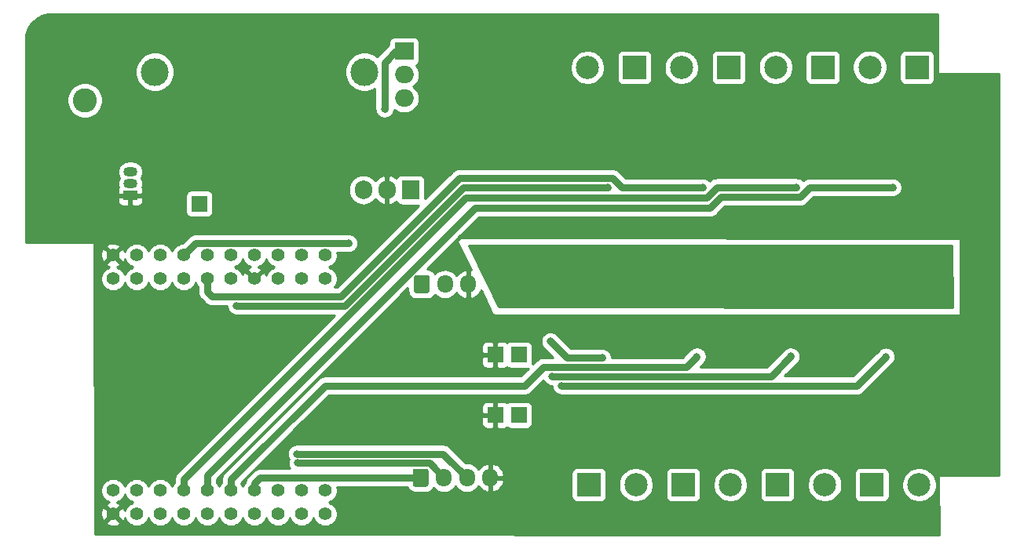
<source format=gbl>
G04 #@! TF.GenerationSoftware,KiCad,Pcbnew,5.1.12-84ad8e8a86~92~ubuntu20.04.1*
G04 #@! TF.CreationDate,2021-11-10T23:56:03+01:00*
G04 #@! TF.ProjectId,CC dimmer low voltage,43432064-696d-46d6-9572-206c6f772076,0.83*
G04 #@! TF.SameCoordinates,Original*
G04 #@! TF.FileFunction,Copper,L2,Bot*
G04 #@! TF.FilePolarity,Positive*
%FSLAX46Y46*%
G04 Gerber Fmt 4.6, Leading zero omitted, Abs format (unit mm)*
G04 Created by KiCad (PCBNEW 5.1.12-84ad8e8a86~92~ubuntu20.04.1) date 2021-11-10 23:56:03*
%MOMM*%
%LPD*%
G01*
G04 APERTURE LIST*
G04 #@! TA.AperFunction,ComponentPad*
%ADD10C,1.400000*%
G04 #@! TD*
G04 #@! TA.AperFunction,ComponentPad*
%ADD11O,2.000000X1.905000*%
G04 #@! TD*
G04 #@! TA.AperFunction,ComponentPad*
%ADD12R,2.000000X1.905000*%
G04 #@! TD*
G04 #@! TA.AperFunction,ComponentPad*
%ADD13C,3.000000*%
G04 #@! TD*
G04 #@! TA.AperFunction,ComponentPad*
%ADD14R,1.700000X1.700000*%
G04 #@! TD*
G04 #@! TA.AperFunction,ComponentPad*
%ADD15O,1.700000X1.950000*%
G04 #@! TD*
G04 #@! TA.AperFunction,ComponentPad*
%ADD16O,1.500000X1.050000*%
G04 #@! TD*
G04 #@! TA.AperFunction,ComponentPad*
%ADD17R,1.500000X1.050000*%
G04 #@! TD*
G04 #@! TA.AperFunction,ComponentPad*
%ADD18R,1.905000X2.000000*%
G04 #@! TD*
G04 #@! TA.AperFunction,ComponentPad*
%ADD19O,1.905000X2.000000*%
G04 #@! TD*
G04 #@! TA.AperFunction,ComponentPad*
%ADD20R,2.600000X2.600000*%
G04 #@! TD*
G04 #@! TA.AperFunction,ComponentPad*
%ADD21C,2.600000*%
G04 #@! TD*
G04 #@! TA.AperFunction,ComponentPad*
%ADD22C,2.500000*%
G04 #@! TD*
G04 #@! TA.AperFunction,ComponentPad*
%ADD23R,2.500000X2.500000*%
G04 #@! TD*
G04 #@! TA.AperFunction,ViaPad*
%ADD24C,0.800000*%
G04 #@! TD*
G04 #@! TA.AperFunction,Conductor*
%ADD25C,0.400000*%
G04 #@! TD*
G04 #@! TA.AperFunction,Conductor*
%ADD26C,2.999999*%
G04 #@! TD*
G04 #@! TA.AperFunction,Conductor*
%ADD27C,0.800000*%
G04 #@! TD*
G04 #@! TA.AperFunction,Conductor*
%ADD28C,0.254000*%
G04 #@! TD*
G04 #@! TA.AperFunction,Conductor*
%ADD29C,0.150000*%
G04 #@! TD*
G04 APERTURE END LIST*
D10*
X128962000Y-95455000D03*
X128962000Y-97995000D03*
X126422000Y-95455000D03*
X126422000Y-97995000D03*
X123882000Y-95455000D03*
X123882000Y-97995000D03*
X121342000Y-95455000D03*
X121342000Y-97995000D03*
X118802000Y-95455000D03*
X118802000Y-97995000D03*
X116262000Y-95455000D03*
X116262000Y-97995000D03*
X113722000Y-95455000D03*
X113722000Y-97995000D03*
X111182000Y-95455000D03*
X111182000Y-97995000D03*
X108642000Y-95455000D03*
X108642000Y-97995000D03*
X106102000Y-95455000D03*
X106102000Y-97995000D03*
X128962000Y-120855000D03*
X128962000Y-123395000D03*
X126422000Y-120855000D03*
X126422000Y-123395000D03*
X123882000Y-120855000D03*
X123882000Y-123395000D03*
X121342000Y-120855000D03*
X121342000Y-123395000D03*
X118802000Y-120855000D03*
X118802000Y-123395000D03*
X116262000Y-120855000D03*
X116262000Y-123395000D03*
X113722000Y-120855000D03*
X113722000Y-123395000D03*
X111182000Y-120855000D03*
X111182000Y-123395000D03*
X108642000Y-120855000D03*
X108642000Y-123395000D03*
X106102000Y-123395000D03*
X106102000Y-120855000D03*
D11*
X137474200Y-78517000D03*
X137474200Y-75977000D03*
D12*
X137474200Y-73437000D03*
D13*
X133202000Y-75655000D03*
X110602000Y-75655000D03*
D14*
X149842000Y-112695000D03*
X149842000Y-106185000D03*
G04 #@! TA.AperFunction,ComponentPad*
G36*
G01*
X138532000Y-99300000D02*
X138532000Y-97850000D01*
G75*
G02*
X138782000Y-97600000I250000J0D01*
G01*
X139982000Y-97600000D01*
G75*
G02*
X140232000Y-97850000I0J-250000D01*
G01*
X140232000Y-99300000D01*
G75*
G02*
X139982000Y-99550000I-250000J0D01*
G01*
X138782000Y-99550000D01*
G75*
G02*
X138532000Y-99300000I0J250000D01*
G01*
G37*
G04 #@! TD.AperFunction*
D15*
X141882000Y-98575000D03*
X144382000Y-98575000D03*
G04 #@! TA.AperFunction,ComponentPad*
G36*
G01*
X138412000Y-120190000D02*
X138412000Y-118740000D01*
G75*
G02*
X138662000Y-118490000I250000J0D01*
G01*
X139862000Y-118490000D01*
G75*
G02*
X140112000Y-118740000I0J-250000D01*
G01*
X140112000Y-120190000D01*
G75*
G02*
X139862000Y-120440000I-250000J0D01*
G01*
X138662000Y-120440000D01*
G75*
G02*
X138412000Y-120190000I0J250000D01*
G01*
G37*
G04 #@! TD.AperFunction*
X141762000Y-119465000D03*
X144262000Y-119465000D03*
X146762000Y-119465000D03*
D14*
X147302000Y-106185000D03*
X147302000Y-112695000D03*
X115402000Y-89895000D03*
D16*
X107959400Y-87716000D03*
X107959400Y-86446000D03*
D17*
X107959400Y-88986000D03*
D18*
X138160000Y-88401800D03*
D19*
X135620000Y-88401800D03*
X133080000Y-88401800D03*
D20*
X103052000Y-73715000D03*
D21*
X103052000Y-78715000D03*
D22*
X157242000Y-75187000D03*
D23*
X162322000Y-75187000D03*
X172472000Y-75185000D03*
D22*
X167392000Y-75185000D03*
X177542000Y-75175000D03*
D23*
X182622000Y-75175000D03*
X192772000Y-75165000D03*
D22*
X187692000Y-75165000D03*
D23*
X187912000Y-120225000D03*
D22*
X192992000Y-120225000D03*
X182822000Y-120225000D03*
D23*
X177742000Y-120225000D03*
X167572000Y-120225000D03*
D22*
X172652000Y-120225000D03*
X162472000Y-120225000D03*
D23*
X157392000Y-120225000D03*
D24*
X97552000Y-92385000D03*
X142282000Y-72315000D03*
X152842000Y-72275000D03*
X198702000Y-77925000D03*
X198822000Y-86635000D03*
X198812000Y-97805000D03*
X198802000Y-117495000D03*
X198832000Y-110335000D03*
X152512000Y-111155000D03*
X105802000Y-116205000D03*
X128304800Y-80857100D03*
X128825500Y-71014600D03*
X114880900Y-70925700D03*
X121408700Y-76348600D03*
X117272000Y-80825000D03*
X97582000Y-80685000D03*
X158712000Y-104785000D03*
X168992000Y-104735000D03*
X179162000Y-104715000D03*
X189332000Y-104765000D03*
X191772000Y-90815000D03*
X181312000Y-90835000D03*
X127702000Y-113565000D03*
X136352000Y-112435000D03*
X105842000Y-109205000D03*
X113212000Y-116235000D03*
X153082000Y-123185000D03*
X170762000Y-111025000D03*
X160832000Y-111025000D03*
X180972000Y-111035000D03*
X191052000Y-111075000D03*
X159122000Y-85575000D03*
X169072000Y-86595000D03*
X189422000Y-86695000D03*
X179142000Y-86725000D03*
X152592000Y-116905000D03*
X107492000Y-81865000D03*
X111562000Y-92395000D03*
X165052000Y-123095000D03*
X160002000Y-123095000D03*
X170252000Y-123145000D03*
X175252000Y-123195000D03*
X180352000Y-123195000D03*
X185352000Y-123195000D03*
X190502000Y-123195000D03*
X159852000Y-72295000D03*
X164902000Y-72245000D03*
X170002000Y-72295000D03*
X175102000Y-72295000D03*
X180152000Y-72295000D03*
X185202000Y-72295000D03*
X190202000Y-72295000D03*
X109922000Y-124945000D03*
X130862000Y-122055000D03*
X141382000Y-107745000D03*
X178222000Y-93075000D03*
X168162000Y-93055000D03*
X188372000Y-93075000D03*
X117952000Y-106255000D03*
X125242000Y-105705000D03*
X162102000Y-102305000D03*
X172292000Y-102315000D03*
X182442000Y-102335000D03*
X192672000Y-102355000D03*
X192882000Y-84095000D03*
X183512000Y-82845000D03*
X173162000Y-82845000D03*
X163032000Y-82845000D03*
X166642000Y-112455000D03*
X176842000Y-112475000D03*
X186992000Y-112455000D03*
X198862000Y-114685000D03*
X198872000Y-103915000D03*
X198832000Y-92245000D03*
X198782000Y-81545000D03*
X105842000Y-102585000D03*
X113212000Y-109255000D03*
X130622000Y-107745000D03*
X156772000Y-112325000D03*
X131262000Y-91495000D03*
X142842000Y-95085000D03*
X137532000Y-100245000D03*
X136832000Y-115585000D03*
X135372000Y-79625000D03*
X195772000Y-97935000D03*
X190642000Y-97665000D03*
X180392000Y-97685000D03*
X170212000Y-97705000D03*
X159882000Y-97745000D03*
X154012000Y-94965000D03*
X149702000Y-100145000D03*
X190722000Y-94865000D03*
X190382000Y-100595000D03*
X180222000Y-100595000D03*
X180512000Y-94845000D03*
X185402000Y-97835000D03*
X175272000Y-97805000D03*
X170382000Y-94865000D03*
X170032000Y-100615000D03*
X165082000Y-97725000D03*
X160062000Y-94845000D03*
X159742000Y-100655000D03*
X156392000Y-97535000D03*
X153632000Y-100125000D03*
X174862000Y-94905000D03*
X184992000Y-94925000D03*
X185842000Y-100685000D03*
X175682000Y-100715000D03*
X165502000Y-100685000D03*
X196152000Y-100645000D03*
X195852000Y-94895000D03*
X152012000Y-97405000D03*
X164722000Y-94895000D03*
X145682000Y-94955000D03*
X147602000Y-97895000D03*
X149782000Y-94935000D03*
X131481999Y-94154999D03*
X126002000Y-117885000D03*
X125922000Y-116884990D03*
X159452000Y-88105000D03*
X119432000Y-100905000D03*
X169702000Y-88145000D03*
X179782000Y-88125000D03*
X190142000Y-88125000D03*
X189402000Y-106395000D03*
X154462000Y-109515030D03*
X179157000Y-106370000D03*
X153422000Y-108505000D03*
X169047000Y-106380000D03*
X153252011Y-104745011D03*
X158822000Y-106515000D03*
D25*
X168162000Y-93055000D02*
X143942000Y-93055000D01*
X143942000Y-93055000D02*
X142282000Y-94715000D01*
D26*
X103052000Y-73715000D02*
X102832000Y-73715000D01*
X102832000Y-73715000D02*
X101422000Y-72305000D01*
X103052000Y-73715000D02*
X103052000Y-73625000D01*
X103052000Y-73625000D02*
X104752000Y-71925000D01*
X103052000Y-73715000D02*
X103252000Y-73715000D01*
X103252000Y-73715000D02*
X105112000Y-75575000D01*
X103052000Y-73715000D02*
X102902000Y-73715000D01*
X102902000Y-73715000D02*
X101102000Y-75515000D01*
D27*
X137474200Y-73437000D02*
X136620000Y-73437000D01*
X135372000Y-74685000D02*
X135372000Y-79625000D01*
X136620000Y-73437000D02*
X135372000Y-74685000D01*
X115022001Y-94154999D02*
X131481999Y-94154999D01*
X113722000Y-95455000D02*
X115022001Y-94154999D01*
X131481999Y-94154999D02*
X131481999Y-94154999D01*
X121342000Y-120855000D02*
X121342000Y-120089228D01*
X121966228Y-119465000D02*
X139262000Y-119465000D01*
X121342000Y-120089228D02*
X121966228Y-119465000D01*
X141762000Y-119465000D02*
X141762000Y-119437902D01*
X141762000Y-119437902D02*
X140209098Y-117885000D01*
X140209098Y-117885000D02*
X126002000Y-117885000D01*
X126002000Y-117885000D02*
X126002000Y-117885000D01*
X144262000Y-119465000D02*
X141681990Y-116884990D01*
X141681990Y-116884990D02*
X140623315Y-116884990D01*
X140623315Y-116884990D02*
X125922000Y-116884990D01*
X125922000Y-116884990D02*
X125922000Y-116884990D01*
X143857774Y-88105000D02*
X131047774Y-100915000D01*
X131037774Y-100905000D02*
X131047774Y-100915000D01*
X119432000Y-100905000D02*
X131037774Y-100905000D01*
X159452000Y-88105000D02*
X144932000Y-88105000D01*
X144932000Y-88105000D02*
X143857774Y-88105000D01*
X145592000Y-88105000D02*
X144932000Y-88105000D01*
X159931992Y-87104990D02*
X160972002Y-88145000D01*
X143443557Y-87104990D02*
X159931992Y-87104990D01*
X116772000Y-99905000D02*
X130643548Y-99905000D01*
X160972002Y-88145000D02*
X169702000Y-88145000D01*
X130643548Y-99905000D02*
X143443557Y-87104990D01*
X116262000Y-99395000D02*
X116772000Y-99905000D01*
X116262000Y-97995000D02*
X116262000Y-99395000D01*
X179762000Y-88105000D02*
X179782000Y-88125000D01*
X171222002Y-88105000D02*
X179762000Y-88105000D01*
X170072002Y-89255000D02*
X171222002Y-88105000D01*
X144122000Y-89255000D02*
X170072002Y-89255000D01*
X113722000Y-119655000D02*
X144122000Y-89255000D01*
X113722000Y-120855000D02*
X113722000Y-119655000D01*
X181992000Y-88125000D02*
X190142000Y-88125000D01*
X180196217Y-89125010D02*
X181196227Y-88125000D01*
X170436377Y-90330623D02*
X171641990Y-89125010D01*
X171641990Y-89125010D02*
X180196217Y-89125010D01*
X145099279Y-90330623D02*
X170436377Y-90330623D01*
X181196227Y-88125000D02*
X181992000Y-88125000D01*
X116262000Y-119167902D02*
X145099279Y-90330623D01*
X116262000Y-120855000D02*
X116262000Y-119167902D01*
X189402000Y-106395000D02*
X186281970Y-109515030D01*
X186281970Y-109515030D02*
X160064651Y-109515030D01*
X160064651Y-109515030D02*
X154462000Y-109515030D01*
X154462000Y-109515030D02*
X154462000Y-109515030D01*
X154512000Y-108515020D02*
X154512000Y-108515020D01*
X154512000Y-108515020D02*
X154512000Y-108515020D01*
X153432020Y-108515020D02*
X153422000Y-108505000D01*
X177011980Y-108515020D02*
X153432020Y-108515020D01*
X179157000Y-106370000D02*
X177011980Y-108515020D01*
X154242010Y-107515010D02*
X167911990Y-107515010D01*
X154231999Y-107504999D02*
X154242010Y-107515010D01*
X152462001Y-107504999D02*
X154231999Y-107504999D01*
X128932000Y-109525000D02*
X150442000Y-109525000D01*
X167911990Y-107515010D02*
X169047000Y-106380000D01*
X118802000Y-119655000D02*
X128932000Y-109525000D01*
X150442000Y-109525000D02*
X152462001Y-107504999D01*
X118802000Y-120855000D02*
X118802000Y-119655000D01*
X155022000Y-106515000D02*
X153252011Y-104745011D01*
X158822000Y-106515000D02*
X155022000Y-106515000D01*
D28*
X195020897Y-69432000D02*
X194965005Y-75733874D01*
X194967350Y-75759317D01*
X194974489Y-75783168D01*
X194986144Y-75805167D01*
X195001867Y-75824471D01*
X195021053Y-75840336D01*
X195042967Y-75852153D01*
X195066764Y-75859467D01*
X195091531Y-75861999D01*
X201577000Y-75885931D01*
X201577000Y-93646199D01*
X143305550Y-93588063D01*
X145527990Y-91365623D01*
X170385549Y-91365623D01*
X170436377Y-91370629D01*
X170487205Y-91365623D01*
X170487215Y-91365623D01*
X170639272Y-91350647D01*
X170834370Y-91291464D01*
X171014174Y-91195357D01*
X171171773Y-91066019D01*
X171204184Y-91026526D01*
X172070701Y-90160010D01*
X180145389Y-90160010D01*
X180196217Y-90165016D01*
X180247045Y-90160010D01*
X180247055Y-90160010D01*
X180399112Y-90145034D01*
X180594210Y-90085851D01*
X180774014Y-89989744D01*
X180931613Y-89860406D01*
X180964024Y-89820913D01*
X181624938Y-89160000D01*
X190243939Y-89160000D01*
X190294057Y-89150031D01*
X190344895Y-89145024D01*
X190393777Y-89130196D01*
X190443898Y-89120226D01*
X190491113Y-89100669D01*
X190539993Y-89085841D01*
X190585042Y-89061762D01*
X190632256Y-89042205D01*
X190674746Y-89013814D01*
X190719797Y-88989734D01*
X190759284Y-88957328D01*
X190801774Y-88928937D01*
X190837908Y-88892803D01*
X190877396Y-88860396D01*
X190909803Y-88820908D01*
X190945937Y-88784774D01*
X190974328Y-88742284D01*
X191006734Y-88702797D01*
X191030814Y-88657746D01*
X191059205Y-88615256D01*
X191078762Y-88568042D01*
X191102841Y-88522993D01*
X191117669Y-88474113D01*
X191137226Y-88426898D01*
X191147196Y-88376777D01*
X191162024Y-88327895D01*
X191167031Y-88277057D01*
X191177000Y-88226939D01*
X191177000Y-88175838D01*
X191182007Y-88125000D01*
X191177000Y-88074162D01*
X191177000Y-88023061D01*
X191167031Y-87972943D01*
X191162024Y-87922105D01*
X191147196Y-87873223D01*
X191137226Y-87823102D01*
X191117669Y-87775887D01*
X191102841Y-87727007D01*
X191078762Y-87681958D01*
X191059205Y-87634744D01*
X191030814Y-87592254D01*
X191006734Y-87547203D01*
X190974328Y-87507716D01*
X190945937Y-87465226D01*
X190909803Y-87429092D01*
X190877396Y-87389604D01*
X190837908Y-87357197D01*
X190801774Y-87321063D01*
X190759284Y-87292672D01*
X190719797Y-87260266D01*
X190674746Y-87236186D01*
X190632256Y-87207795D01*
X190585042Y-87188238D01*
X190539993Y-87164159D01*
X190491113Y-87149331D01*
X190443898Y-87129774D01*
X190393777Y-87119804D01*
X190344895Y-87104976D01*
X190294057Y-87099969D01*
X190243939Y-87090000D01*
X181247062Y-87090000D01*
X181196227Y-87084993D01*
X181145392Y-87090000D01*
X181145389Y-87090000D01*
X180993332Y-87104976D01*
X180798234Y-87164159D01*
X180760817Y-87184159D01*
X180618429Y-87260266D01*
X180524689Y-87337197D01*
X180491299Y-87364600D01*
X180457908Y-87337197D01*
X180441774Y-87321063D01*
X180422802Y-87308386D01*
X180339797Y-87240266D01*
X180159993Y-87144159D01*
X179964895Y-87084976D01*
X179812838Y-87070000D01*
X179812828Y-87070000D01*
X179762000Y-87064994D01*
X179711172Y-87070000D01*
X171272837Y-87070000D01*
X171222002Y-87064993D01*
X171171167Y-87070000D01*
X171171164Y-87070000D01*
X171019107Y-87084976D01*
X170871429Y-87129774D01*
X170824008Y-87144159D01*
X170644204Y-87240266D01*
X170545753Y-87321063D01*
X170486606Y-87369604D01*
X170454199Y-87409092D01*
X170444739Y-87418552D01*
X170437396Y-87409604D01*
X170397908Y-87377197D01*
X170361774Y-87341063D01*
X170319284Y-87312672D01*
X170279797Y-87280266D01*
X170234746Y-87256186D01*
X170192256Y-87227795D01*
X170145042Y-87208238D01*
X170099993Y-87184159D01*
X170051113Y-87169331D01*
X170003898Y-87149774D01*
X169953777Y-87139804D01*
X169904895Y-87124976D01*
X169854057Y-87119969D01*
X169803939Y-87110000D01*
X161400713Y-87110000D01*
X160699799Y-86409087D01*
X160667388Y-86369594D01*
X160509789Y-86240256D01*
X160329985Y-86144149D01*
X160134887Y-86084966D01*
X159982830Y-86069990D01*
X159982820Y-86069990D01*
X159931992Y-86064984D01*
X159881164Y-86069990D01*
X143494384Y-86069990D01*
X143443556Y-86064984D01*
X143392728Y-86069990D01*
X143392719Y-86069990D01*
X143240662Y-86084966D01*
X143045564Y-86144149D01*
X142961866Y-86188886D01*
X142865759Y-86240256D01*
X142747649Y-86337187D01*
X142708161Y-86369594D01*
X142675754Y-86409082D01*
X139750572Y-89334264D01*
X139750572Y-87401800D01*
X139738312Y-87277318D01*
X139702002Y-87157620D01*
X139643037Y-87047306D01*
X139563685Y-86950615D01*
X139466994Y-86871263D01*
X139356680Y-86812298D01*
X139236982Y-86775988D01*
X139112500Y-86763728D01*
X137207500Y-86763728D01*
X137083018Y-86775988D01*
X136963320Y-86812298D01*
X136853006Y-86871263D01*
X136756315Y-86950615D01*
X136676963Y-87047306D01*
X136627941Y-87139019D01*
X136486923Y-87025831D01*
X136211094Y-86882229D01*
X135992980Y-86811237D01*
X135747000Y-86931206D01*
X135747000Y-88274800D01*
X135767000Y-88274800D01*
X135767000Y-88528800D01*
X135747000Y-88528800D01*
X135747000Y-89872394D01*
X135992980Y-89992363D01*
X136211094Y-89921371D01*
X136486923Y-89777769D01*
X136627941Y-89664581D01*
X136676963Y-89756294D01*
X136756315Y-89852985D01*
X136853006Y-89932337D01*
X136963320Y-89991302D01*
X137083018Y-90027612D01*
X137207500Y-90039872D01*
X139044965Y-90039872D01*
X130214838Y-98870000D01*
X129974975Y-98870000D01*
X129998962Y-98846013D01*
X130145061Y-98627359D01*
X130245696Y-98384405D01*
X130297000Y-98126486D01*
X130297000Y-97863514D01*
X130245696Y-97605595D01*
X130145061Y-97362641D01*
X129998962Y-97143987D01*
X129813013Y-96958038D01*
X129594359Y-96811939D01*
X129384470Y-96725000D01*
X129594359Y-96638061D01*
X129813013Y-96491962D01*
X129998962Y-96306013D01*
X130145061Y-96087359D01*
X130245696Y-95844405D01*
X130297000Y-95586486D01*
X130297000Y-95323514D01*
X130270442Y-95189999D01*
X131583938Y-95189999D01*
X131634056Y-95180030D01*
X131684894Y-95175023D01*
X131733776Y-95160195D01*
X131783897Y-95150225D01*
X131831112Y-95130668D01*
X131879992Y-95115840D01*
X131925041Y-95091761D01*
X131972255Y-95072204D01*
X132014745Y-95043813D01*
X132059796Y-95019733D01*
X132099283Y-94987327D01*
X132141773Y-94958936D01*
X132177907Y-94922802D01*
X132217395Y-94890395D01*
X132249802Y-94850907D01*
X132285936Y-94814773D01*
X132314327Y-94772283D01*
X132346733Y-94732796D01*
X132370813Y-94687745D01*
X132399204Y-94645255D01*
X132418761Y-94598041D01*
X132442840Y-94552992D01*
X132457668Y-94504112D01*
X132477225Y-94456897D01*
X132487195Y-94406776D01*
X132502023Y-94357894D01*
X132507030Y-94307056D01*
X132516999Y-94256938D01*
X132516999Y-94205837D01*
X132522006Y-94154999D01*
X132516999Y-94104161D01*
X132516999Y-94053060D01*
X132507030Y-94002942D01*
X132502023Y-93952104D01*
X132487195Y-93903222D01*
X132477225Y-93853101D01*
X132457668Y-93805886D01*
X132442840Y-93757006D01*
X132418761Y-93711957D01*
X132399204Y-93664743D01*
X132370813Y-93622253D01*
X132346733Y-93577202D01*
X132314327Y-93537715D01*
X132285936Y-93495225D01*
X132249802Y-93459091D01*
X132217395Y-93419603D01*
X132177907Y-93387196D01*
X132141773Y-93351062D01*
X132099283Y-93322671D01*
X132059796Y-93290265D01*
X132014745Y-93266185D01*
X131972255Y-93237794D01*
X131925041Y-93218237D01*
X131879992Y-93194158D01*
X131831112Y-93179330D01*
X131783897Y-93159773D01*
X131733776Y-93149803D01*
X131684894Y-93134975D01*
X131634056Y-93129968D01*
X131583938Y-93119999D01*
X115072828Y-93119999D01*
X115022000Y-93114993D01*
X114971172Y-93119999D01*
X114971163Y-93119999D01*
X114819106Y-93134975D01*
X114624008Y-93194158D01*
X114542371Y-93237794D01*
X114444203Y-93290265D01*
X114326093Y-93387196D01*
X114286605Y-93419603D01*
X114254198Y-93459091D01*
X113593290Y-94120000D01*
X113590514Y-94120000D01*
X113332595Y-94171304D01*
X113089641Y-94271939D01*
X112870987Y-94418038D01*
X112685038Y-94603987D01*
X112538939Y-94822641D01*
X112452000Y-95032530D01*
X112365061Y-94822641D01*
X112218962Y-94603987D01*
X112033013Y-94418038D01*
X111814359Y-94271939D01*
X111571405Y-94171304D01*
X111313486Y-94120000D01*
X111050514Y-94120000D01*
X110792595Y-94171304D01*
X110549641Y-94271939D01*
X110330987Y-94418038D01*
X110145038Y-94603987D01*
X109998939Y-94822641D01*
X109912000Y-95032530D01*
X109825061Y-94822641D01*
X109678962Y-94603987D01*
X109493013Y-94418038D01*
X109274359Y-94271939D01*
X109031405Y-94171304D01*
X108773486Y-94120000D01*
X108510514Y-94120000D01*
X108252595Y-94171304D01*
X108009641Y-94271939D01*
X107790987Y-94418038D01*
X107605038Y-94603987D01*
X107458939Y-94822641D01*
X107370379Y-95036444D01*
X107310935Y-94873634D01*
X107257037Y-94772797D01*
X107023269Y-94713336D01*
X106281605Y-95455000D01*
X107023269Y-96196664D01*
X107257037Y-96137203D01*
X107367934Y-95898758D01*
X107372706Y-95879173D01*
X107458939Y-96087359D01*
X107605038Y-96306013D01*
X107790987Y-96491962D01*
X108009641Y-96638061D01*
X108219530Y-96725000D01*
X108009641Y-96811939D01*
X107790987Y-96958038D01*
X107605038Y-97143987D01*
X107458939Y-97362641D01*
X107372000Y-97572530D01*
X107285061Y-97362641D01*
X107138962Y-97143987D01*
X106953013Y-96958038D01*
X106734359Y-96811939D01*
X106520556Y-96723379D01*
X106683366Y-96663935D01*
X106784203Y-96610037D01*
X106843664Y-96376269D01*
X106102000Y-95634605D01*
X105360336Y-96376269D01*
X105419797Y-96610037D01*
X105658242Y-96720934D01*
X105677827Y-96725706D01*
X105469641Y-96811939D01*
X105250987Y-96958038D01*
X105065038Y-97143987D01*
X104918939Y-97362641D01*
X104818304Y-97605595D01*
X104767000Y-97863514D01*
X104767000Y-98126486D01*
X104818304Y-98384405D01*
X104918939Y-98627359D01*
X105065038Y-98846013D01*
X105250987Y-99031962D01*
X105469641Y-99178061D01*
X105712595Y-99278696D01*
X105970514Y-99330000D01*
X106233486Y-99330000D01*
X106491405Y-99278696D01*
X106734359Y-99178061D01*
X106953013Y-99031962D01*
X107138962Y-98846013D01*
X107285061Y-98627359D01*
X107372000Y-98417470D01*
X107458939Y-98627359D01*
X107605038Y-98846013D01*
X107790987Y-99031962D01*
X108009641Y-99178061D01*
X108252595Y-99278696D01*
X108510514Y-99330000D01*
X108773486Y-99330000D01*
X109031405Y-99278696D01*
X109274359Y-99178061D01*
X109493013Y-99031962D01*
X109678962Y-98846013D01*
X109825061Y-98627359D01*
X109912000Y-98417470D01*
X109998939Y-98627359D01*
X110145038Y-98846013D01*
X110330987Y-99031962D01*
X110549641Y-99178061D01*
X110792595Y-99278696D01*
X111050514Y-99330000D01*
X111313486Y-99330000D01*
X111571405Y-99278696D01*
X111814359Y-99178061D01*
X112033013Y-99031962D01*
X112218962Y-98846013D01*
X112365061Y-98627359D01*
X112452000Y-98417470D01*
X112538939Y-98627359D01*
X112685038Y-98846013D01*
X112870987Y-99031962D01*
X113089641Y-99178061D01*
X113332595Y-99278696D01*
X113590514Y-99330000D01*
X113853486Y-99330000D01*
X114111405Y-99278696D01*
X114354359Y-99178061D01*
X114573013Y-99031962D01*
X114758962Y-98846013D01*
X114905061Y-98627359D01*
X114992000Y-98417470D01*
X115078939Y-98627359D01*
X115225038Y-98846013D01*
X115227001Y-98847976D01*
X115227001Y-99344163D01*
X115221994Y-99395000D01*
X115241977Y-99597895D01*
X115301160Y-99792993D01*
X115397266Y-99972797D01*
X115484096Y-100078599D01*
X115526605Y-100130396D01*
X115566093Y-100162803D01*
X116004193Y-100600903D01*
X116036604Y-100640396D01*
X116194203Y-100769734D01*
X116374007Y-100865841D01*
X116569105Y-100925024D01*
X116721162Y-100940000D01*
X116721164Y-100940000D01*
X116772000Y-100945007D01*
X116822835Y-100940000D01*
X118395440Y-100940000D01*
X118397000Y-100955838D01*
X118397000Y-101006939D01*
X118406969Y-101057057D01*
X118411976Y-101107895D01*
X118426804Y-101156777D01*
X118436774Y-101206898D01*
X118456331Y-101254113D01*
X118471159Y-101302993D01*
X118495238Y-101348042D01*
X118514795Y-101395256D01*
X118543186Y-101437746D01*
X118567266Y-101482797D01*
X118599672Y-101522284D01*
X118628063Y-101564774D01*
X118664196Y-101600907D01*
X118696604Y-101640396D01*
X118736092Y-101672803D01*
X118772226Y-101708937D01*
X118814716Y-101737328D01*
X118854203Y-101769734D01*
X118899254Y-101793814D01*
X118941744Y-101822205D01*
X118988958Y-101841762D01*
X119034007Y-101865841D01*
X119082887Y-101880669D01*
X119130102Y-101900226D01*
X119180223Y-101910196D01*
X119229105Y-101925024D01*
X119279943Y-101930031D01*
X119330061Y-101940000D01*
X129973289Y-101940000D01*
X113026093Y-118887197D01*
X112986605Y-118919604D01*
X112954198Y-118959092D01*
X112954197Y-118959093D01*
X112857266Y-119077203D01*
X112761160Y-119257007D01*
X112701977Y-119452105D01*
X112681994Y-119655000D01*
X112687001Y-119705837D01*
X112687001Y-120002024D01*
X112685038Y-120003987D01*
X112538939Y-120222641D01*
X112452000Y-120432530D01*
X112365061Y-120222641D01*
X112218962Y-120003987D01*
X112033013Y-119818038D01*
X111814359Y-119671939D01*
X111571405Y-119571304D01*
X111313486Y-119520000D01*
X111050514Y-119520000D01*
X110792595Y-119571304D01*
X110549641Y-119671939D01*
X110330987Y-119818038D01*
X110145038Y-120003987D01*
X109998939Y-120222641D01*
X109912000Y-120432530D01*
X109825061Y-120222641D01*
X109678962Y-120003987D01*
X109493013Y-119818038D01*
X109274359Y-119671939D01*
X109031405Y-119571304D01*
X108773486Y-119520000D01*
X108510514Y-119520000D01*
X108252595Y-119571304D01*
X108009641Y-119671939D01*
X107790987Y-119818038D01*
X107605038Y-120003987D01*
X107458939Y-120222641D01*
X107372000Y-120432530D01*
X107285061Y-120222641D01*
X107138962Y-120003987D01*
X106953013Y-119818038D01*
X106734359Y-119671939D01*
X106491405Y-119571304D01*
X106233486Y-119520000D01*
X105970514Y-119520000D01*
X105712595Y-119571304D01*
X105469641Y-119671939D01*
X105250987Y-119818038D01*
X105065038Y-120003987D01*
X104918939Y-120222641D01*
X104818304Y-120465595D01*
X104767000Y-120723514D01*
X104767000Y-120986486D01*
X104818304Y-121244405D01*
X104918939Y-121487359D01*
X105065038Y-121706013D01*
X105250987Y-121891962D01*
X105469641Y-122038061D01*
X105683444Y-122126621D01*
X105520634Y-122186065D01*
X105419797Y-122239963D01*
X105360336Y-122473731D01*
X106102000Y-123215395D01*
X106843664Y-122473731D01*
X106784203Y-122239963D01*
X106545758Y-122129066D01*
X106526173Y-122124294D01*
X106734359Y-122038061D01*
X106953013Y-121891962D01*
X107138962Y-121706013D01*
X107285061Y-121487359D01*
X107372000Y-121277470D01*
X107458939Y-121487359D01*
X107605038Y-121706013D01*
X107790987Y-121891962D01*
X108009641Y-122038061D01*
X108219530Y-122125000D01*
X108009641Y-122211939D01*
X107790987Y-122358038D01*
X107605038Y-122543987D01*
X107458939Y-122762641D01*
X107370379Y-122976444D01*
X107310935Y-122813634D01*
X107257037Y-122712797D01*
X107023269Y-122653336D01*
X106281605Y-123395000D01*
X107023269Y-124136664D01*
X107257037Y-124077203D01*
X107367934Y-123838758D01*
X107372706Y-123819173D01*
X107458939Y-124027359D01*
X107605038Y-124246013D01*
X107790987Y-124431962D01*
X108009641Y-124578061D01*
X108252595Y-124678696D01*
X108510514Y-124730000D01*
X108773486Y-124730000D01*
X109031405Y-124678696D01*
X109274359Y-124578061D01*
X109493013Y-124431962D01*
X109678962Y-124246013D01*
X109825061Y-124027359D01*
X109912000Y-123817470D01*
X109998939Y-124027359D01*
X110145038Y-124246013D01*
X110330987Y-124431962D01*
X110549641Y-124578061D01*
X110792595Y-124678696D01*
X111050514Y-124730000D01*
X111313486Y-124730000D01*
X111571405Y-124678696D01*
X111814359Y-124578061D01*
X112033013Y-124431962D01*
X112218962Y-124246013D01*
X112365061Y-124027359D01*
X112452000Y-123817470D01*
X112538939Y-124027359D01*
X112685038Y-124246013D01*
X112870987Y-124431962D01*
X113089641Y-124578061D01*
X113332595Y-124678696D01*
X113590514Y-124730000D01*
X113853486Y-124730000D01*
X114111405Y-124678696D01*
X114354359Y-124578061D01*
X114573013Y-124431962D01*
X114758962Y-124246013D01*
X114905061Y-124027359D01*
X114992000Y-123817470D01*
X115078939Y-124027359D01*
X115225038Y-124246013D01*
X115410987Y-124431962D01*
X115629641Y-124578061D01*
X115872595Y-124678696D01*
X116130514Y-124730000D01*
X116393486Y-124730000D01*
X116651405Y-124678696D01*
X116894359Y-124578061D01*
X117113013Y-124431962D01*
X117298962Y-124246013D01*
X117445061Y-124027359D01*
X117532000Y-123817470D01*
X117618939Y-124027359D01*
X117765038Y-124246013D01*
X117950987Y-124431962D01*
X118169641Y-124578061D01*
X118412595Y-124678696D01*
X118670514Y-124730000D01*
X118933486Y-124730000D01*
X119191405Y-124678696D01*
X119434359Y-124578061D01*
X119653013Y-124431962D01*
X119838962Y-124246013D01*
X119985061Y-124027359D01*
X120072000Y-123817470D01*
X120158939Y-124027359D01*
X120305038Y-124246013D01*
X120490987Y-124431962D01*
X120709641Y-124578061D01*
X120952595Y-124678696D01*
X121210514Y-124730000D01*
X121473486Y-124730000D01*
X121731405Y-124678696D01*
X121974359Y-124578061D01*
X122193013Y-124431962D01*
X122378962Y-124246013D01*
X122525061Y-124027359D01*
X122612000Y-123817470D01*
X122698939Y-124027359D01*
X122845038Y-124246013D01*
X123030987Y-124431962D01*
X123249641Y-124578061D01*
X123492595Y-124678696D01*
X123750514Y-124730000D01*
X124013486Y-124730000D01*
X124271405Y-124678696D01*
X124514359Y-124578061D01*
X124733013Y-124431962D01*
X124918962Y-124246013D01*
X125065061Y-124027359D01*
X125152000Y-123817470D01*
X125238939Y-124027359D01*
X125385038Y-124246013D01*
X125570987Y-124431962D01*
X125789641Y-124578061D01*
X126032595Y-124678696D01*
X126290514Y-124730000D01*
X126553486Y-124730000D01*
X126811405Y-124678696D01*
X127054359Y-124578061D01*
X127273013Y-124431962D01*
X127458962Y-124246013D01*
X127605061Y-124027359D01*
X127692000Y-123817470D01*
X127778939Y-124027359D01*
X127925038Y-124246013D01*
X128110987Y-124431962D01*
X128329641Y-124578061D01*
X128572595Y-124678696D01*
X128830514Y-124730000D01*
X129093486Y-124730000D01*
X129351405Y-124678696D01*
X129594359Y-124578061D01*
X129813013Y-124431962D01*
X129998962Y-124246013D01*
X130145061Y-124027359D01*
X130245696Y-123784405D01*
X130297000Y-123526486D01*
X130297000Y-123263514D01*
X130245696Y-123005595D01*
X130145061Y-122762641D01*
X129998962Y-122543987D01*
X129813013Y-122358038D01*
X129594359Y-122211939D01*
X129384470Y-122125000D01*
X129594359Y-122038061D01*
X129813013Y-121891962D01*
X129998962Y-121706013D01*
X130145061Y-121487359D01*
X130245696Y-121244405D01*
X130297000Y-120986486D01*
X130297000Y-120723514D01*
X130252540Y-120500000D01*
X137832473Y-120500000D01*
X137841528Y-120529850D01*
X137923595Y-120683386D01*
X138034038Y-120817962D01*
X138168614Y-120928405D01*
X138322150Y-121010472D01*
X138488746Y-121061008D01*
X138662000Y-121078072D01*
X139862000Y-121078072D01*
X140035254Y-121061008D01*
X140201850Y-121010472D01*
X140355386Y-120928405D01*
X140489962Y-120817962D01*
X140600405Y-120683386D01*
X140654777Y-120581663D01*
X140706866Y-120645134D01*
X140932987Y-120830706D01*
X141190967Y-120968599D01*
X141470890Y-121053513D01*
X141762000Y-121082185D01*
X142053111Y-121053513D01*
X142333034Y-120968599D01*
X142591014Y-120830706D01*
X142817134Y-120645134D01*
X143002706Y-120419014D01*
X143012000Y-120401626D01*
X143021294Y-120419014D01*
X143206866Y-120645134D01*
X143432987Y-120830706D01*
X143690967Y-120968599D01*
X143970890Y-121053513D01*
X144262000Y-121082185D01*
X144553111Y-121053513D01*
X144833034Y-120968599D01*
X145091014Y-120830706D01*
X145317134Y-120645134D01*
X145502706Y-120419014D01*
X145516462Y-120393278D01*
X145672951Y-120599429D01*
X145890807Y-120792496D01*
X146142142Y-120939352D01*
X146405110Y-121031476D01*
X146635000Y-120910155D01*
X146635000Y-119592000D01*
X146889000Y-119592000D01*
X146889000Y-120910155D01*
X147118890Y-121031476D01*
X147381858Y-120939352D01*
X147633193Y-120792496D01*
X147851049Y-120599429D01*
X148027053Y-120367570D01*
X148154442Y-120105830D01*
X148228320Y-119824267D01*
X148088165Y-119592000D01*
X146889000Y-119592000D01*
X146635000Y-119592000D01*
X146615000Y-119592000D01*
X146615000Y-119338000D01*
X146635000Y-119338000D01*
X146635000Y-118019845D01*
X146889000Y-118019845D01*
X146889000Y-119338000D01*
X148088165Y-119338000D01*
X148228320Y-119105733D01*
X148194018Y-118975000D01*
X155503928Y-118975000D01*
X155503928Y-121475000D01*
X155516188Y-121599482D01*
X155552498Y-121719180D01*
X155611463Y-121829494D01*
X155690815Y-121926185D01*
X155787506Y-122005537D01*
X155897820Y-122064502D01*
X156017518Y-122100812D01*
X156142000Y-122113072D01*
X158642000Y-122113072D01*
X158766482Y-122100812D01*
X158886180Y-122064502D01*
X158996494Y-122005537D01*
X159093185Y-121926185D01*
X159172537Y-121829494D01*
X159231502Y-121719180D01*
X159267812Y-121599482D01*
X159280072Y-121475000D01*
X159280072Y-120039344D01*
X160587000Y-120039344D01*
X160587000Y-120410656D01*
X160659439Y-120774834D01*
X160801534Y-121117882D01*
X161007825Y-121426618D01*
X161270382Y-121689175D01*
X161579118Y-121895466D01*
X161922166Y-122037561D01*
X162286344Y-122110000D01*
X162657656Y-122110000D01*
X163021834Y-122037561D01*
X163364882Y-121895466D01*
X163673618Y-121689175D01*
X163936175Y-121426618D01*
X164142466Y-121117882D01*
X164284561Y-120774834D01*
X164357000Y-120410656D01*
X164357000Y-120039344D01*
X164284561Y-119675166D01*
X164142466Y-119332118D01*
X163936175Y-119023382D01*
X163887793Y-118975000D01*
X165683928Y-118975000D01*
X165683928Y-121475000D01*
X165696188Y-121599482D01*
X165732498Y-121719180D01*
X165791463Y-121829494D01*
X165870815Y-121926185D01*
X165967506Y-122005537D01*
X166077820Y-122064502D01*
X166197518Y-122100812D01*
X166322000Y-122113072D01*
X168822000Y-122113072D01*
X168946482Y-122100812D01*
X169066180Y-122064502D01*
X169176494Y-122005537D01*
X169273185Y-121926185D01*
X169352537Y-121829494D01*
X169411502Y-121719180D01*
X169447812Y-121599482D01*
X169460072Y-121475000D01*
X169460072Y-120039344D01*
X170767000Y-120039344D01*
X170767000Y-120410656D01*
X170839439Y-120774834D01*
X170981534Y-121117882D01*
X171187825Y-121426618D01*
X171450382Y-121689175D01*
X171759118Y-121895466D01*
X172102166Y-122037561D01*
X172466344Y-122110000D01*
X172837656Y-122110000D01*
X173201834Y-122037561D01*
X173544882Y-121895466D01*
X173853618Y-121689175D01*
X174116175Y-121426618D01*
X174322466Y-121117882D01*
X174464561Y-120774834D01*
X174537000Y-120410656D01*
X174537000Y-120039344D01*
X174464561Y-119675166D01*
X174322466Y-119332118D01*
X174116175Y-119023382D01*
X174067793Y-118975000D01*
X175853928Y-118975000D01*
X175853928Y-121475000D01*
X175866188Y-121599482D01*
X175902498Y-121719180D01*
X175961463Y-121829494D01*
X176040815Y-121926185D01*
X176137506Y-122005537D01*
X176247820Y-122064502D01*
X176367518Y-122100812D01*
X176492000Y-122113072D01*
X178992000Y-122113072D01*
X179116482Y-122100812D01*
X179236180Y-122064502D01*
X179346494Y-122005537D01*
X179443185Y-121926185D01*
X179522537Y-121829494D01*
X179581502Y-121719180D01*
X179617812Y-121599482D01*
X179630072Y-121475000D01*
X179630072Y-120039344D01*
X180937000Y-120039344D01*
X180937000Y-120410656D01*
X181009439Y-120774834D01*
X181151534Y-121117882D01*
X181357825Y-121426618D01*
X181620382Y-121689175D01*
X181929118Y-121895466D01*
X182272166Y-122037561D01*
X182636344Y-122110000D01*
X183007656Y-122110000D01*
X183371834Y-122037561D01*
X183714882Y-121895466D01*
X184023618Y-121689175D01*
X184286175Y-121426618D01*
X184492466Y-121117882D01*
X184634561Y-120774834D01*
X184707000Y-120410656D01*
X184707000Y-120039344D01*
X184634561Y-119675166D01*
X184492466Y-119332118D01*
X184286175Y-119023382D01*
X184237793Y-118975000D01*
X186023928Y-118975000D01*
X186023928Y-121475000D01*
X186036188Y-121599482D01*
X186072498Y-121719180D01*
X186131463Y-121829494D01*
X186210815Y-121926185D01*
X186307506Y-122005537D01*
X186417820Y-122064502D01*
X186537518Y-122100812D01*
X186662000Y-122113072D01*
X189162000Y-122113072D01*
X189286482Y-122100812D01*
X189406180Y-122064502D01*
X189516494Y-122005537D01*
X189613185Y-121926185D01*
X189692537Y-121829494D01*
X189751502Y-121719180D01*
X189787812Y-121599482D01*
X189800072Y-121475000D01*
X189800072Y-120039344D01*
X191107000Y-120039344D01*
X191107000Y-120410656D01*
X191179439Y-120774834D01*
X191321534Y-121117882D01*
X191527825Y-121426618D01*
X191790382Y-121689175D01*
X192099118Y-121895466D01*
X192442166Y-122037561D01*
X192806344Y-122110000D01*
X193177656Y-122110000D01*
X193541834Y-122037561D01*
X193884882Y-121895466D01*
X194193618Y-121689175D01*
X194456175Y-121426618D01*
X194662466Y-121117882D01*
X194804561Y-120774834D01*
X194877000Y-120410656D01*
X194877000Y-120039344D01*
X194804561Y-119675166D01*
X194662466Y-119332118D01*
X194456175Y-119023382D01*
X194193618Y-118760825D01*
X193884882Y-118554534D01*
X193541834Y-118412439D01*
X193177656Y-118340000D01*
X192806344Y-118340000D01*
X192442166Y-118412439D01*
X192099118Y-118554534D01*
X191790382Y-118760825D01*
X191527825Y-119023382D01*
X191321534Y-119332118D01*
X191179439Y-119675166D01*
X191107000Y-120039344D01*
X189800072Y-120039344D01*
X189800072Y-118975000D01*
X189787812Y-118850518D01*
X189751502Y-118730820D01*
X189692537Y-118620506D01*
X189613185Y-118523815D01*
X189516494Y-118444463D01*
X189406180Y-118385498D01*
X189286482Y-118349188D01*
X189162000Y-118336928D01*
X186662000Y-118336928D01*
X186537518Y-118349188D01*
X186417820Y-118385498D01*
X186307506Y-118444463D01*
X186210815Y-118523815D01*
X186131463Y-118620506D01*
X186072498Y-118730820D01*
X186036188Y-118850518D01*
X186023928Y-118975000D01*
X184237793Y-118975000D01*
X184023618Y-118760825D01*
X183714882Y-118554534D01*
X183371834Y-118412439D01*
X183007656Y-118340000D01*
X182636344Y-118340000D01*
X182272166Y-118412439D01*
X181929118Y-118554534D01*
X181620382Y-118760825D01*
X181357825Y-119023382D01*
X181151534Y-119332118D01*
X181009439Y-119675166D01*
X180937000Y-120039344D01*
X179630072Y-120039344D01*
X179630072Y-118975000D01*
X179617812Y-118850518D01*
X179581502Y-118730820D01*
X179522537Y-118620506D01*
X179443185Y-118523815D01*
X179346494Y-118444463D01*
X179236180Y-118385498D01*
X179116482Y-118349188D01*
X178992000Y-118336928D01*
X176492000Y-118336928D01*
X176367518Y-118349188D01*
X176247820Y-118385498D01*
X176137506Y-118444463D01*
X176040815Y-118523815D01*
X175961463Y-118620506D01*
X175902498Y-118730820D01*
X175866188Y-118850518D01*
X175853928Y-118975000D01*
X174067793Y-118975000D01*
X173853618Y-118760825D01*
X173544882Y-118554534D01*
X173201834Y-118412439D01*
X172837656Y-118340000D01*
X172466344Y-118340000D01*
X172102166Y-118412439D01*
X171759118Y-118554534D01*
X171450382Y-118760825D01*
X171187825Y-119023382D01*
X170981534Y-119332118D01*
X170839439Y-119675166D01*
X170767000Y-120039344D01*
X169460072Y-120039344D01*
X169460072Y-118975000D01*
X169447812Y-118850518D01*
X169411502Y-118730820D01*
X169352537Y-118620506D01*
X169273185Y-118523815D01*
X169176494Y-118444463D01*
X169066180Y-118385498D01*
X168946482Y-118349188D01*
X168822000Y-118336928D01*
X166322000Y-118336928D01*
X166197518Y-118349188D01*
X166077820Y-118385498D01*
X165967506Y-118444463D01*
X165870815Y-118523815D01*
X165791463Y-118620506D01*
X165732498Y-118730820D01*
X165696188Y-118850518D01*
X165683928Y-118975000D01*
X163887793Y-118975000D01*
X163673618Y-118760825D01*
X163364882Y-118554534D01*
X163021834Y-118412439D01*
X162657656Y-118340000D01*
X162286344Y-118340000D01*
X161922166Y-118412439D01*
X161579118Y-118554534D01*
X161270382Y-118760825D01*
X161007825Y-119023382D01*
X160801534Y-119332118D01*
X160659439Y-119675166D01*
X160587000Y-120039344D01*
X159280072Y-120039344D01*
X159280072Y-118975000D01*
X159267812Y-118850518D01*
X159231502Y-118730820D01*
X159172537Y-118620506D01*
X159093185Y-118523815D01*
X158996494Y-118444463D01*
X158886180Y-118385498D01*
X158766482Y-118349188D01*
X158642000Y-118336928D01*
X156142000Y-118336928D01*
X156017518Y-118349188D01*
X155897820Y-118385498D01*
X155787506Y-118444463D01*
X155690815Y-118523815D01*
X155611463Y-118620506D01*
X155552498Y-118730820D01*
X155516188Y-118850518D01*
X155503928Y-118975000D01*
X148194018Y-118975000D01*
X148154442Y-118824170D01*
X148027053Y-118562430D01*
X147851049Y-118330571D01*
X147633193Y-118137504D01*
X147381858Y-117990648D01*
X147118890Y-117898524D01*
X146889000Y-118019845D01*
X146635000Y-118019845D01*
X146405110Y-117898524D01*
X146142142Y-117990648D01*
X145890807Y-118137504D01*
X145672951Y-118330571D01*
X145516462Y-118536722D01*
X145502706Y-118510986D01*
X145317134Y-118284866D01*
X145091013Y-118099294D01*
X144833033Y-117961401D01*
X144553110Y-117876487D01*
X144262000Y-117847815D01*
X144122286Y-117861576D01*
X142449797Y-116189087D01*
X142417386Y-116149594D01*
X142259787Y-116020256D01*
X142079983Y-115924149D01*
X141884885Y-115864966D01*
X141732828Y-115849990D01*
X141732818Y-115849990D01*
X141681990Y-115844984D01*
X141631162Y-115849990D01*
X125820061Y-115849990D01*
X125769943Y-115859959D01*
X125719105Y-115864966D01*
X125670223Y-115879794D01*
X125620102Y-115889764D01*
X125572887Y-115909321D01*
X125524007Y-115924149D01*
X125478958Y-115948228D01*
X125431744Y-115967785D01*
X125389254Y-115996176D01*
X125344203Y-116020256D01*
X125304716Y-116052662D01*
X125262226Y-116081053D01*
X125226092Y-116117187D01*
X125186604Y-116149594D01*
X125154197Y-116189082D01*
X125118063Y-116225216D01*
X125089672Y-116267706D01*
X125057266Y-116307193D01*
X125033186Y-116352244D01*
X125004795Y-116394734D01*
X124985238Y-116441948D01*
X124961159Y-116486997D01*
X124946331Y-116535877D01*
X124926774Y-116583092D01*
X124916804Y-116633213D01*
X124901976Y-116682095D01*
X124896969Y-116732933D01*
X124887000Y-116783051D01*
X124887000Y-116834152D01*
X124881993Y-116884990D01*
X124887000Y-116935828D01*
X124887000Y-116986929D01*
X124896969Y-117037047D01*
X124901976Y-117087885D01*
X124916804Y-117136767D01*
X124926774Y-117186888D01*
X124946331Y-117234103D01*
X124961159Y-117282983D01*
X124985238Y-117328032D01*
X125004795Y-117375246D01*
X125033186Y-117417736D01*
X125055685Y-117459830D01*
X125041159Y-117487007D01*
X125026331Y-117535887D01*
X125006774Y-117583102D01*
X124996804Y-117633223D01*
X124981976Y-117682105D01*
X124976969Y-117732943D01*
X124967000Y-117783061D01*
X124967000Y-117834162D01*
X124961993Y-117885000D01*
X124967000Y-117935838D01*
X124967000Y-117986939D01*
X124976969Y-118037057D01*
X124981976Y-118087895D01*
X124996804Y-118136777D01*
X125006774Y-118186898D01*
X125026331Y-118234113D01*
X125041159Y-118282993D01*
X125065238Y-118328042D01*
X125084795Y-118375256D01*
X125113186Y-118417746D01*
X125119736Y-118430000D01*
X122017063Y-118430000D01*
X121966228Y-118424993D01*
X121915393Y-118430000D01*
X121915390Y-118430000D01*
X121763333Y-118444976D01*
X121568235Y-118504159D01*
X121484537Y-118548896D01*
X121388430Y-118600266D01*
X121326541Y-118651058D01*
X121230832Y-118729604D01*
X121198421Y-118769097D01*
X120646093Y-119321425D01*
X120606605Y-119353832D01*
X120574198Y-119393320D01*
X120574197Y-119393321D01*
X120477266Y-119511431D01*
X120393636Y-119667894D01*
X120381160Y-119691235D01*
X120321977Y-119886333D01*
X120310973Y-119998052D01*
X120305038Y-120003987D01*
X120158939Y-120222641D01*
X120072000Y-120432530D01*
X119985061Y-120222641D01*
X119870109Y-120050601D01*
X126375710Y-113545000D01*
X145813928Y-113545000D01*
X145826188Y-113669482D01*
X145862498Y-113789180D01*
X145921463Y-113899494D01*
X146000815Y-113996185D01*
X146097506Y-114075537D01*
X146207820Y-114134502D01*
X146327518Y-114170812D01*
X146452000Y-114183072D01*
X147016250Y-114180000D01*
X147175000Y-114021250D01*
X147175000Y-112822000D01*
X145975750Y-112822000D01*
X145817000Y-112980750D01*
X145813928Y-113545000D01*
X126375710Y-113545000D01*
X128075710Y-111845000D01*
X145813928Y-111845000D01*
X145817000Y-112409250D01*
X145975750Y-112568000D01*
X147175000Y-112568000D01*
X147175000Y-111368750D01*
X147429000Y-111368750D01*
X147429000Y-112568000D01*
X147449000Y-112568000D01*
X147449000Y-112822000D01*
X147429000Y-112822000D01*
X147429000Y-114021250D01*
X147587750Y-114180000D01*
X148152000Y-114183072D01*
X148276482Y-114170812D01*
X148396180Y-114134502D01*
X148506494Y-114075537D01*
X148572000Y-114021778D01*
X148637506Y-114075537D01*
X148747820Y-114134502D01*
X148867518Y-114170812D01*
X148992000Y-114183072D01*
X150692000Y-114183072D01*
X150816482Y-114170812D01*
X150936180Y-114134502D01*
X151046494Y-114075537D01*
X151143185Y-113996185D01*
X151222537Y-113899494D01*
X151281502Y-113789180D01*
X151317812Y-113669482D01*
X151330072Y-113545000D01*
X151330072Y-111845000D01*
X151317812Y-111720518D01*
X151281502Y-111600820D01*
X151222537Y-111490506D01*
X151143185Y-111393815D01*
X151046494Y-111314463D01*
X150936180Y-111255498D01*
X150816482Y-111219188D01*
X150692000Y-111206928D01*
X148992000Y-111206928D01*
X148867518Y-111219188D01*
X148747820Y-111255498D01*
X148637506Y-111314463D01*
X148572000Y-111368222D01*
X148506494Y-111314463D01*
X148396180Y-111255498D01*
X148276482Y-111219188D01*
X148152000Y-111206928D01*
X147587750Y-111210000D01*
X147429000Y-111368750D01*
X147175000Y-111368750D01*
X147016250Y-111210000D01*
X146452000Y-111206928D01*
X146327518Y-111219188D01*
X146207820Y-111255498D01*
X146097506Y-111314463D01*
X146000815Y-111393815D01*
X145921463Y-111490506D01*
X145862498Y-111600820D01*
X145826188Y-111720518D01*
X145813928Y-111845000D01*
X128075710Y-111845000D01*
X129360711Y-110560000D01*
X150391172Y-110560000D01*
X150442000Y-110565006D01*
X150492828Y-110560000D01*
X150492838Y-110560000D01*
X150644895Y-110545024D01*
X150839993Y-110485841D01*
X151019797Y-110389734D01*
X151177396Y-110260396D01*
X151209807Y-110220903D01*
X152484344Y-108946367D01*
X152485236Y-108948036D01*
X152504795Y-108995256D01*
X152533187Y-109037748D01*
X152557266Y-109082797D01*
X152589671Y-109122283D01*
X152618063Y-109164774D01*
X152664217Y-109210928D01*
X152696624Y-109250416D01*
X152736112Y-109282823D01*
X152762226Y-109308937D01*
X152792933Y-109329455D01*
X152854223Y-109379754D01*
X152924149Y-109417130D01*
X152931744Y-109422205D01*
X152940184Y-109425701D01*
X153034027Y-109475861D01*
X153229125Y-109535044D01*
X153381182Y-109550020D01*
X153381191Y-109550020D01*
X153425873Y-109554421D01*
X153427000Y-109565868D01*
X153427000Y-109616969D01*
X153436969Y-109667087D01*
X153441976Y-109717925D01*
X153456804Y-109766807D01*
X153466774Y-109816928D01*
X153486331Y-109864143D01*
X153501159Y-109913023D01*
X153525238Y-109958072D01*
X153544795Y-110005286D01*
X153573186Y-110047776D01*
X153597266Y-110092827D01*
X153629672Y-110132314D01*
X153658063Y-110174804D01*
X153694197Y-110210938D01*
X153726604Y-110250426D01*
X153766092Y-110282833D01*
X153802226Y-110318967D01*
X153844716Y-110347358D01*
X153884203Y-110379764D01*
X153929254Y-110403844D01*
X153971744Y-110432235D01*
X154018958Y-110451792D01*
X154064007Y-110475871D01*
X154112887Y-110490699D01*
X154160102Y-110510256D01*
X154210223Y-110520226D01*
X154259105Y-110535054D01*
X154309943Y-110540061D01*
X154360061Y-110550030D01*
X186231142Y-110550030D01*
X186281970Y-110555036D01*
X186332798Y-110550030D01*
X186332808Y-110550030D01*
X186484865Y-110535054D01*
X186679963Y-110475871D01*
X186859767Y-110379764D01*
X187017366Y-110250426D01*
X187049777Y-110210933D01*
X190169803Y-107090908D01*
X190205937Y-107054774D01*
X190234325Y-107012288D01*
X190266734Y-106972798D01*
X190290816Y-106927744D01*
X190319205Y-106885256D01*
X190338762Y-106838041D01*
X190362840Y-106792994D01*
X190377666Y-106744120D01*
X190397226Y-106696898D01*
X190407197Y-106646768D01*
X190422023Y-106597895D01*
X190427030Y-106547064D01*
X190437000Y-106496939D01*
X190437000Y-106445835D01*
X190442007Y-106395000D01*
X190437000Y-106344165D01*
X190437000Y-106293061D01*
X190427030Y-106242936D01*
X190422023Y-106192105D01*
X190407197Y-106143232D01*
X190397226Y-106093102D01*
X190377665Y-106045878D01*
X190362840Y-105997007D01*
X190338764Y-105951964D01*
X190319205Y-105904744D01*
X190290813Y-105862252D01*
X190266734Y-105817203D01*
X190234328Y-105777716D01*
X190205937Y-105735226D01*
X190169803Y-105699092D01*
X190137396Y-105659604D01*
X190097908Y-105627197D01*
X190061774Y-105591063D01*
X190019284Y-105562672D01*
X189979797Y-105530266D01*
X189934748Y-105506187D01*
X189892256Y-105477795D01*
X189845036Y-105458236D01*
X189799993Y-105434160D01*
X189751122Y-105419335D01*
X189703898Y-105399774D01*
X189653768Y-105389803D01*
X189604895Y-105374977D01*
X189554064Y-105369970D01*
X189503939Y-105360000D01*
X189452835Y-105360000D01*
X189402000Y-105354993D01*
X189351165Y-105360000D01*
X189300061Y-105360000D01*
X189249936Y-105369970D01*
X189199105Y-105374977D01*
X189150232Y-105389803D01*
X189100102Y-105399774D01*
X189052880Y-105419334D01*
X189004006Y-105434160D01*
X188958959Y-105458238D01*
X188911744Y-105477795D01*
X188869256Y-105506184D01*
X188824202Y-105530266D01*
X188784712Y-105562675D01*
X188742226Y-105591063D01*
X188706092Y-105627197D01*
X185853260Y-108480030D01*
X178510680Y-108480030D01*
X179924803Y-107065908D01*
X179960937Y-107029774D01*
X179989325Y-106987288D01*
X180021734Y-106947798D01*
X180045816Y-106902744D01*
X180074205Y-106860256D01*
X180093762Y-106813041D01*
X180117840Y-106767994D01*
X180132666Y-106719119D01*
X180152226Y-106671898D01*
X180162197Y-106621771D01*
X180177023Y-106572896D01*
X180182029Y-106522066D01*
X180192000Y-106471939D01*
X180192000Y-106420829D01*
X180197006Y-106370001D01*
X180192000Y-106319173D01*
X180192000Y-106268061D01*
X180182029Y-106217932D01*
X180177023Y-106167106D01*
X180162198Y-106118234D01*
X180152226Y-106068102D01*
X180132665Y-106020877D01*
X180117840Y-105972007D01*
X180093764Y-105926964D01*
X180074205Y-105879744D01*
X180045813Y-105837252D01*
X180021734Y-105792203D01*
X179989330Y-105752719D01*
X179960937Y-105710226D01*
X179924795Y-105674084D01*
X179892395Y-105634605D01*
X179852916Y-105602205D01*
X179816774Y-105566063D01*
X179774281Y-105537670D01*
X179734797Y-105505266D01*
X179689748Y-105481187D01*
X179647256Y-105452795D01*
X179600036Y-105433236D01*
X179554993Y-105409160D01*
X179506123Y-105394335D01*
X179458898Y-105374774D01*
X179408766Y-105364802D01*
X179359894Y-105349977D01*
X179309068Y-105344971D01*
X179258939Y-105335000D01*
X179207827Y-105335000D01*
X179156999Y-105329994D01*
X179106171Y-105335000D01*
X179055061Y-105335000D01*
X179004934Y-105344971D01*
X178954104Y-105349977D01*
X178905229Y-105364803D01*
X178855102Y-105374774D01*
X178807881Y-105394334D01*
X178759006Y-105409160D01*
X178713959Y-105433238D01*
X178666744Y-105452795D01*
X178624256Y-105481184D01*
X178579202Y-105505266D01*
X178539712Y-105537675D01*
X178497226Y-105566063D01*
X178461092Y-105602197D01*
X176583270Y-107480020D01*
X169410691Y-107480020D01*
X169850937Y-107039774D01*
X169879325Y-106997288D01*
X169911734Y-106957798D01*
X169935817Y-106912742D01*
X169964205Y-106870256D01*
X169983760Y-106823047D01*
X170007841Y-106777994D01*
X170022669Y-106729113D01*
X170042226Y-106681898D01*
X170052197Y-106631771D01*
X170067023Y-106582895D01*
X170072030Y-106532064D01*
X170082000Y-106481939D01*
X170082000Y-106430835D01*
X170087007Y-106380000D01*
X170082000Y-106329165D01*
X170082000Y-106278061D01*
X170072030Y-106227936D01*
X170067023Y-106177105D01*
X170052197Y-106128230D01*
X170042226Y-106078102D01*
X170022668Y-106030885D01*
X170007841Y-105982007D01*
X169983762Y-105936958D01*
X169964205Y-105889744D01*
X169935814Y-105847254D01*
X169911734Y-105802203D01*
X169879328Y-105762716D01*
X169850937Y-105720226D01*
X169814803Y-105684092D01*
X169782396Y-105644604D01*
X169742908Y-105612197D01*
X169706774Y-105576063D01*
X169664284Y-105547672D01*
X169624797Y-105515266D01*
X169579746Y-105491186D01*
X169537256Y-105462795D01*
X169490042Y-105443238D01*
X169444993Y-105419159D01*
X169396115Y-105404332D01*
X169348898Y-105384774D01*
X169298770Y-105374803D01*
X169249895Y-105359977D01*
X169199064Y-105354970D01*
X169148939Y-105345000D01*
X169097835Y-105345000D01*
X169047000Y-105339993D01*
X168996165Y-105345000D01*
X168945061Y-105345000D01*
X168894936Y-105354970D01*
X168844105Y-105359977D01*
X168795229Y-105374803D01*
X168745102Y-105384774D01*
X168697887Y-105404331D01*
X168649006Y-105419159D01*
X168603953Y-105443240D01*
X168556744Y-105462795D01*
X168514258Y-105491183D01*
X168469202Y-105515266D01*
X168429712Y-105547675D01*
X168387226Y-105576063D01*
X168351092Y-105612197D01*
X167483280Y-106480010D01*
X159858561Y-106480010D01*
X159857000Y-106464162D01*
X159857000Y-106413061D01*
X159847031Y-106362943D01*
X159842024Y-106312105D01*
X159827196Y-106263223D01*
X159817226Y-106213102D01*
X159797669Y-106165887D01*
X159782841Y-106117007D01*
X159758762Y-106071958D01*
X159739205Y-106024744D01*
X159710814Y-105982254D01*
X159686734Y-105937203D01*
X159654328Y-105897716D01*
X159625937Y-105855226D01*
X159589803Y-105819092D01*
X159557396Y-105779604D01*
X159517908Y-105747197D01*
X159481774Y-105711063D01*
X159439284Y-105682672D01*
X159399797Y-105650266D01*
X159354746Y-105626186D01*
X159312256Y-105597795D01*
X159265042Y-105578238D01*
X159219993Y-105554159D01*
X159171113Y-105539331D01*
X159123898Y-105519774D01*
X159073777Y-105509804D01*
X159024895Y-105494976D01*
X158974057Y-105489969D01*
X158923939Y-105480000D01*
X155450711Y-105480000D01*
X154055950Y-104085240D01*
X154055948Y-104085237D01*
X153911785Y-103941074D01*
X153869294Y-103912682D01*
X153829808Y-103880277D01*
X153784759Y-103856198D01*
X153742267Y-103827806D01*
X153695047Y-103808247D01*
X153650004Y-103784171D01*
X153601133Y-103769346D01*
X153553909Y-103749785D01*
X153503779Y-103739814D01*
X153454906Y-103724988D01*
X153404078Y-103719982D01*
X153353950Y-103710011D01*
X153302839Y-103710011D01*
X153252011Y-103705005D01*
X153201183Y-103710011D01*
X153150072Y-103710011D01*
X153099944Y-103719982D01*
X153049116Y-103724988D01*
X153000243Y-103739814D01*
X152950113Y-103749785D01*
X152902889Y-103769346D01*
X152854018Y-103784171D01*
X152808975Y-103808247D01*
X152761755Y-103827806D01*
X152719263Y-103856198D01*
X152674214Y-103880277D01*
X152634727Y-103912683D01*
X152592237Y-103941074D01*
X152556103Y-103977208D01*
X152516615Y-104009615D01*
X152484208Y-104049103D01*
X152448074Y-104085237D01*
X152419683Y-104127727D01*
X152387277Y-104167214D01*
X152363198Y-104212263D01*
X152334806Y-104254755D01*
X152315247Y-104301975D01*
X152291171Y-104347018D01*
X152276346Y-104395889D01*
X152256785Y-104443113D01*
X152246814Y-104493243D01*
X152231988Y-104542116D01*
X152226982Y-104592944D01*
X152217011Y-104643072D01*
X152217011Y-104694183D01*
X152212005Y-104745011D01*
X152217011Y-104795839D01*
X152217011Y-104846950D01*
X152226982Y-104897078D01*
X152231988Y-104947906D01*
X152246814Y-104996779D01*
X152256785Y-105046909D01*
X152276346Y-105094133D01*
X152291171Y-105143004D01*
X152315247Y-105188047D01*
X152334806Y-105235267D01*
X152363198Y-105277759D01*
X152387277Y-105322808D01*
X152419682Y-105362294D01*
X152448074Y-105404785D01*
X152592237Y-105548948D01*
X152592240Y-105548950D01*
X153513288Y-106469999D01*
X152512836Y-106469999D01*
X152462001Y-106464992D01*
X152411166Y-106469999D01*
X152411163Y-106469999D01*
X152259106Y-106484975D01*
X152064008Y-106544158D01*
X152045279Y-106554169D01*
X151884203Y-106640265D01*
X151789611Y-106717895D01*
X151726605Y-106769603D01*
X151694198Y-106809091D01*
X151306493Y-107196796D01*
X151317812Y-107159482D01*
X151330072Y-107035000D01*
X151330072Y-105335000D01*
X151317812Y-105210518D01*
X151281502Y-105090820D01*
X151222537Y-104980506D01*
X151143185Y-104883815D01*
X151046494Y-104804463D01*
X150936180Y-104745498D01*
X150816482Y-104709188D01*
X150692000Y-104696928D01*
X148992000Y-104696928D01*
X148867518Y-104709188D01*
X148747820Y-104745498D01*
X148637506Y-104804463D01*
X148572000Y-104858222D01*
X148506494Y-104804463D01*
X148396180Y-104745498D01*
X148276482Y-104709188D01*
X148152000Y-104696928D01*
X147587750Y-104700000D01*
X147429000Y-104858750D01*
X147429000Y-106058000D01*
X147449000Y-106058000D01*
X147449000Y-106312000D01*
X147429000Y-106312000D01*
X147429000Y-107511250D01*
X147587750Y-107670000D01*
X148152000Y-107673072D01*
X148276482Y-107660812D01*
X148396180Y-107624502D01*
X148506494Y-107565537D01*
X148572000Y-107511778D01*
X148637506Y-107565537D01*
X148747820Y-107624502D01*
X148867518Y-107660812D01*
X148992000Y-107673072D01*
X150692000Y-107673072D01*
X150816482Y-107660812D01*
X150853797Y-107649493D01*
X150013290Y-108490000D01*
X128982827Y-108490000D01*
X128931999Y-108484994D01*
X128881171Y-108490000D01*
X128881162Y-108490000D01*
X128729105Y-108504976D01*
X128534007Y-108564159D01*
X128471022Y-108597825D01*
X128354202Y-108660266D01*
X128283957Y-108717915D01*
X128196604Y-108789604D01*
X128164197Y-108829092D01*
X118106093Y-118887197D01*
X118066605Y-118919604D01*
X118034198Y-118959092D01*
X118034197Y-118959093D01*
X117937266Y-119077203D01*
X117841160Y-119257007D01*
X117781977Y-119452105D01*
X117761994Y-119655000D01*
X117767001Y-119705837D01*
X117767001Y-120002024D01*
X117765038Y-120003987D01*
X117618939Y-120222641D01*
X117532000Y-120432530D01*
X117445061Y-120222641D01*
X117298962Y-120003987D01*
X117297000Y-120002025D01*
X117297000Y-119596612D01*
X129858612Y-107035000D01*
X145813928Y-107035000D01*
X145826188Y-107159482D01*
X145862498Y-107279180D01*
X145921463Y-107389494D01*
X146000815Y-107486185D01*
X146097506Y-107565537D01*
X146207820Y-107624502D01*
X146327518Y-107660812D01*
X146452000Y-107673072D01*
X147016250Y-107670000D01*
X147175000Y-107511250D01*
X147175000Y-106312000D01*
X145975750Y-106312000D01*
X145817000Y-106470750D01*
X145813928Y-107035000D01*
X129858612Y-107035000D01*
X131558612Y-105335000D01*
X145813928Y-105335000D01*
X145817000Y-105899250D01*
X145975750Y-106058000D01*
X147175000Y-106058000D01*
X147175000Y-104858750D01*
X147016250Y-104700000D01*
X146452000Y-104696928D01*
X146327518Y-104709188D01*
X146207820Y-104745498D01*
X146097506Y-104804463D01*
X146000815Y-104883815D01*
X145921463Y-104980506D01*
X145862498Y-105090820D01*
X145826188Y-105210518D01*
X145813928Y-105335000D01*
X131558612Y-105335000D01*
X137893928Y-98999685D01*
X137893928Y-99300000D01*
X137910992Y-99473254D01*
X137961528Y-99639850D01*
X138043595Y-99793386D01*
X138154038Y-99927962D01*
X138288614Y-100038405D01*
X138442150Y-100120472D01*
X138608746Y-100171008D01*
X138782000Y-100188072D01*
X139982000Y-100188072D01*
X140155254Y-100171008D01*
X140321850Y-100120472D01*
X140475386Y-100038405D01*
X140609962Y-99927962D01*
X140720405Y-99793386D01*
X140774777Y-99691663D01*
X140826866Y-99755134D01*
X141052987Y-99940706D01*
X141310967Y-100078599D01*
X141590890Y-100163513D01*
X141882000Y-100192185D01*
X142173111Y-100163513D01*
X142453034Y-100078599D01*
X142711014Y-99940706D01*
X142937134Y-99755134D01*
X143122706Y-99529014D01*
X143136462Y-99503278D01*
X143292951Y-99709429D01*
X143510807Y-99902496D01*
X143762142Y-100049352D01*
X144025110Y-100141476D01*
X144255000Y-100020155D01*
X144255000Y-98702000D01*
X144235000Y-98702000D01*
X144235000Y-98448000D01*
X144255000Y-98448000D01*
X144255000Y-97129845D01*
X144025110Y-97008524D01*
X143762142Y-97100648D01*
X143510807Y-97247504D01*
X143292951Y-97440571D01*
X143136462Y-97646722D01*
X143122706Y-97620986D01*
X142937134Y-97394866D01*
X142711013Y-97209294D01*
X142453033Y-97071401D01*
X142173110Y-96986487D01*
X141882000Y-96957815D01*
X141590889Y-96986487D01*
X141310966Y-97071401D01*
X141052986Y-97209294D01*
X140826866Y-97394866D01*
X140774777Y-97458337D01*
X140720405Y-97356614D01*
X140609962Y-97222038D01*
X140475386Y-97111595D01*
X140321850Y-97029528D01*
X140155254Y-96978992D01*
X139982000Y-96961928D01*
X139931685Y-96961928D01*
X143126586Y-93767027D01*
X143127707Y-93770372D01*
X144705132Y-97026339D01*
X144509000Y-97129845D01*
X144509000Y-98448000D01*
X144529000Y-98448000D01*
X144529000Y-98702000D01*
X144509000Y-98702000D01*
X144509000Y-100020155D01*
X144738890Y-100141476D01*
X145001858Y-100049352D01*
X145253193Y-99902496D01*
X145471049Y-99709429D01*
X145647053Y-99477570D01*
X145770151Y-99224647D01*
X147027707Y-101820372D01*
X147040705Y-101841605D01*
X147057597Y-101859895D01*
X147077732Y-101874538D01*
X147100336Y-101884971D01*
X147124542Y-101890794D01*
X147141888Y-101892000D01*
X201577001Y-101940062D01*
X201577001Y-119168000D01*
X195232000Y-119168000D01*
X195206302Y-119170627D01*
X195182531Y-119178031D01*
X195160662Y-119189929D01*
X195141535Y-119205865D01*
X195125884Y-119225227D01*
X195114311Y-119247270D01*
X195107260Y-119271147D01*
X195105003Y-119295941D01*
X195151883Y-125624710D01*
X104192235Y-125591675D01*
X104188090Y-124316269D01*
X105360336Y-124316269D01*
X105419797Y-124550037D01*
X105658242Y-124660934D01*
X105913740Y-124723183D01*
X106176473Y-124734390D01*
X106436344Y-124694125D01*
X106683366Y-124603935D01*
X106784203Y-124550037D01*
X106843664Y-124316269D01*
X106102000Y-123574605D01*
X105360336Y-124316269D01*
X104188090Y-124316269D01*
X104185337Y-123469473D01*
X104762610Y-123469473D01*
X104802875Y-123729344D01*
X104893065Y-123976366D01*
X104946963Y-124077203D01*
X105180731Y-124136664D01*
X105922395Y-123395000D01*
X105180731Y-122653336D01*
X104946963Y-122712797D01*
X104836066Y-122951242D01*
X104773817Y-123206740D01*
X104762610Y-123469473D01*
X104185337Y-123469473D01*
X104094514Y-95529473D01*
X104762610Y-95529473D01*
X104802875Y-95789344D01*
X104893065Y-96036366D01*
X104946963Y-96137203D01*
X105180731Y-96196664D01*
X105922395Y-95455000D01*
X105180731Y-94713336D01*
X104946963Y-94772797D01*
X104836066Y-95011242D01*
X104773817Y-95266740D01*
X104762610Y-95529473D01*
X104094514Y-95529473D01*
X104091277Y-94533731D01*
X105360336Y-94533731D01*
X106102000Y-95275395D01*
X106843664Y-94533731D01*
X106784203Y-94299963D01*
X106545758Y-94189066D01*
X106290260Y-94126817D01*
X106027527Y-94115610D01*
X105767656Y-94155875D01*
X105520634Y-94246065D01*
X105419797Y-94299963D01*
X105360336Y-94533731D01*
X104091277Y-94533731D01*
X104090249Y-94217615D01*
X104087823Y-94193319D01*
X104080609Y-94169491D01*
X104068885Y-94147528D01*
X104053101Y-94128274D01*
X104033865Y-94112470D01*
X104011915Y-94100722D01*
X103988094Y-94093482D01*
X103963319Y-94091028D01*
X96684400Y-94087065D01*
X96680761Y-89511000D01*
X106571328Y-89511000D01*
X106583588Y-89635482D01*
X106619898Y-89755180D01*
X106678863Y-89865494D01*
X106758215Y-89962185D01*
X106854906Y-90041537D01*
X106965220Y-90100502D01*
X107084918Y-90136812D01*
X107209400Y-90149072D01*
X107673650Y-90146000D01*
X107832400Y-89987250D01*
X107832400Y-89113000D01*
X108086400Y-89113000D01*
X108086400Y-89987250D01*
X108245150Y-90146000D01*
X108709400Y-90149072D01*
X108833882Y-90136812D01*
X108953580Y-90100502D01*
X109063894Y-90041537D01*
X109160585Y-89962185D01*
X109239937Y-89865494D01*
X109298902Y-89755180D01*
X109335212Y-89635482D01*
X109347472Y-89511000D01*
X109344400Y-89271750D01*
X109185650Y-89113000D01*
X108086400Y-89113000D01*
X107832400Y-89113000D01*
X106733150Y-89113000D01*
X106574400Y-89271750D01*
X106571328Y-89511000D01*
X96680761Y-89511000D01*
X96680391Y-89045000D01*
X113913928Y-89045000D01*
X113913928Y-90745000D01*
X113926188Y-90869482D01*
X113962498Y-90989180D01*
X114021463Y-91099494D01*
X114100815Y-91196185D01*
X114197506Y-91275537D01*
X114307820Y-91334502D01*
X114427518Y-91370812D01*
X114552000Y-91383072D01*
X116252000Y-91383072D01*
X116376482Y-91370812D01*
X116496180Y-91334502D01*
X116606494Y-91275537D01*
X116703185Y-91196185D01*
X116782537Y-91099494D01*
X116841502Y-90989180D01*
X116877812Y-90869482D01*
X116890072Y-90745000D01*
X116890072Y-89045000D01*
X116877812Y-88920518D01*
X116841502Y-88800820D01*
X116782537Y-88690506D01*
X116703185Y-88593815D01*
X116606494Y-88514463D01*
X116496180Y-88455498D01*
X116376482Y-88419188D01*
X116252000Y-88406928D01*
X114552000Y-88406928D01*
X114427518Y-88419188D01*
X114307820Y-88455498D01*
X114197506Y-88514463D01*
X114100815Y-88593815D01*
X114021463Y-88690506D01*
X113962498Y-88800820D01*
X113926188Y-88920518D01*
X113913928Y-89045000D01*
X96680391Y-89045000D01*
X96678323Y-86446000D01*
X106568788Y-86446000D01*
X106591185Y-86673400D01*
X106657515Y-86892060D01*
X106758505Y-87081000D01*
X106657515Y-87269940D01*
X106591185Y-87488600D01*
X106568788Y-87716000D01*
X106591185Y-87943400D01*
X106654493Y-88152098D01*
X106619898Y-88216820D01*
X106583588Y-88336518D01*
X106571328Y-88461000D01*
X106574400Y-88700250D01*
X106733150Y-88859000D01*
X107506291Y-88859000D01*
X107507000Y-88859215D01*
X107677421Y-88876000D01*
X108241379Y-88876000D01*
X108411800Y-88859215D01*
X108412509Y-88859000D01*
X109185650Y-88859000D01*
X109344400Y-88700250D01*
X109347472Y-88461000D01*
X109335212Y-88336518D01*
X109316950Y-88276314D01*
X131492500Y-88276314D01*
X131492500Y-88527285D01*
X131515470Y-88760503D01*
X131606245Y-89059748D01*
X131753655Y-89335534D01*
X131952037Y-89577263D01*
X132193765Y-89775645D01*
X132469551Y-89923055D01*
X132768796Y-90013830D01*
X133080000Y-90044481D01*
X133391203Y-90013830D01*
X133690448Y-89923055D01*
X133966234Y-89775645D01*
X134207963Y-89577263D01*
X134355163Y-89397901D01*
X134510563Y-89583115D01*
X134753077Y-89777769D01*
X135028906Y-89921371D01*
X135247020Y-89992363D01*
X135493000Y-89872394D01*
X135493000Y-88528800D01*
X135473000Y-88528800D01*
X135473000Y-88274800D01*
X135493000Y-88274800D01*
X135493000Y-86931206D01*
X135247020Y-86811237D01*
X135028906Y-86882229D01*
X134753077Y-87025831D01*
X134510563Y-87220485D01*
X134355162Y-87405700D01*
X134207963Y-87226337D01*
X133966235Y-87027955D01*
X133690449Y-86880545D01*
X133391204Y-86789770D01*
X133080000Y-86759119D01*
X132768797Y-86789770D01*
X132469552Y-86880545D01*
X132193766Y-87027955D01*
X131952037Y-87226337D01*
X131753655Y-87468065D01*
X131606245Y-87743851D01*
X131515470Y-88043096D01*
X131492500Y-88276314D01*
X109316950Y-88276314D01*
X109298902Y-88216820D01*
X109264307Y-88152098D01*
X109327615Y-87943400D01*
X109350012Y-87716000D01*
X109327615Y-87488600D01*
X109261285Y-87269940D01*
X109160295Y-87081000D01*
X109261285Y-86892060D01*
X109327615Y-86673400D01*
X109350012Y-86446000D01*
X109327615Y-86218600D01*
X109261285Y-85999940D01*
X109153571Y-85798421D01*
X109008612Y-85621788D01*
X108831979Y-85476829D01*
X108630460Y-85369115D01*
X108411800Y-85302785D01*
X108241379Y-85286000D01*
X107677421Y-85286000D01*
X107507000Y-85302785D01*
X107288340Y-85369115D01*
X107086821Y-85476829D01*
X106910188Y-85621788D01*
X106765229Y-85798421D01*
X106657515Y-85999940D01*
X106591185Y-86218600D01*
X106568788Y-86446000D01*
X96678323Y-86446000D01*
X96672021Y-78524419D01*
X101117000Y-78524419D01*
X101117000Y-78905581D01*
X101191361Y-79279419D01*
X101337225Y-79631566D01*
X101548987Y-79948491D01*
X101818509Y-80218013D01*
X102135434Y-80429775D01*
X102487581Y-80575639D01*
X102861419Y-80650000D01*
X103242581Y-80650000D01*
X103616419Y-80575639D01*
X103968566Y-80429775D01*
X104285491Y-80218013D01*
X104555013Y-79948491D01*
X104766775Y-79631566D01*
X104912639Y-79279419D01*
X104987000Y-78905581D01*
X104987000Y-78524419D01*
X104912639Y-78150581D01*
X104766775Y-77798434D01*
X104555013Y-77481509D01*
X104285491Y-77211987D01*
X103968566Y-77000225D01*
X103616419Y-76854361D01*
X103242581Y-76780000D01*
X102861419Y-76780000D01*
X102487581Y-76854361D01*
X102135434Y-77000225D01*
X101818509Y-77211987D01*
X101548987Y-77481509D01*
X101337225Y-77798434D01*
X101191361Y-78150581D01*
X101117000Y-78524419D01*
X96672021Y-78524419D01*
X96669229Y-75015000D01*
X101113928Y-75015000D01*
X101126188Y-75139482D01*
X101162498Y-75259180D01*
X101221463Y-75369494D01*
X101300815Y-75466185D01*
X101397506Y-75545537D01*
X101507820Y-75604502D01*
X101627518Y-75640812D01*
X101752000Y-75653072D01*
X102766250Y-75650000D01*
X102925000Y-75491250D01*
X102925000Y-73842000D01*
X103179000Y-73842000D01*
X103179000Y-75491250D01*
X103337750Y-75650000D01*
X104352000Y-75653072D01*
X104476482Y-75640812D01*
X104596180Y-75604502D01*
X104706494Y-75545537D01*
X104803185Y-75466185D01*
X104820799Y-75444721D01*
X108467000Y-75444721D01*
X108467000Y-75865279D01*
X108549047Y-76277756D01*
X108709988Y-76666302D01*
X108943637Y-77015983D01*
X109241017Y-77313363D01*
X109590698Y-77547012D01*
X109979244Y-77707953D01*
X110391721Y-77790000D01*
X110812279Y-77790000D01*
X111224756Y-77707953D01*
X111613302Y-77547012D01*
X111962983Y-77313363D01*
X112260363Y-77015983D01*
X112494012Y-76666302D01*
X112654953Y-76277756D01*
X112737000Y-75865279D01*
X112737000Y-75444721D01*
X131067000Y-75444721D01*
X131067000Y-75865279D01*
X131149047Y-76277756D01*
X131309988Y-76666302D01*
X131543637Y-77015983D01*
X131841017Y-77313363D01*
X132190698Y-77547012D01*
X132579244Y-77707953D01*
X132991721Y-77790000D01*
X133412279Y-77790000D01*
X133824756Y-77707953D01*
X134213302Y-77547012D01*
X134337001Y-77464359D01*
X134337001Y-79523056D01*
X134337000Y-79523061D01*
X134337000Y-79726939D01*
X134346971Y-79777067D01*
X134351977Y-79827895D01*
X134366803Y-79876768D01*
X134376774Y-79926898D01*
X134396335Y-79974122D01*
X134411160Y-80022993D01*
X134435235Y-80068034D01*
X134454795Y-80115256D01*
X134483191Y-80157753D01*
X134507267Y-80202797D01*
X134539668Y-80242278D01*
X134568063Y-80284774D01*
X134604203Y-80320914D01*
X134636605Y-80360396D01*
X134676087Y-80392798D01*
X134712226Y-80428937D01*
X134754721Y-80457331D01*
X134794204Y-80489734D01*
X134839250Y-80513812D01*
X134881744Y-80542205D01*
X134928962Y-80561763D01*
X134974008Y-80585841D01*
X135022884Y-80600668D01*
X135070102Y-80620226D01*
X135120226Y-80630196D01*
X135169106Y-80645024D01*
X135219942Y-80650031D01*
X135270061Y-80660000D01*
X135321162Y-80660000D01*
X135372000Y-80665007D01*
X135422838Y-80660000D01*
X135473939Y-80660000D01*
X135524057Y-80650031D01*
X135574895Y-80645024D01*
X135623777Y-80630196D01*
X135673898Y-80620226D01*
X135721113Y-80600669D01*
X135769993Y-80585841D01*
X135815042Y-80561762D01*
X135862256Y-80542205D01*
X135904746Y-80513814D01*
X135949797Y-80489734D01*
X135989284Y-80457328D01*
X136031774Y-80428937D01*
X136067908Y-80392803D01*
X136107396Y-80360396D01*
X136139803Y-80320908D01*
X136175937Y-80284774D01*
X136204328Y-80242284D01*
X136236734Y-80202797D01*
X136260814Y-80157746D01*
X136289205Y-80115256D01*
X136308762Y-80068042D01*
X136332841Y-80022993D01*
X136347669Y-79974113D01*
X136367226Y-79926898D01*
X136377196Y-79876777D01*
X136392024Y-79827895D01*
X136397031Y-79777057D01*
X136405825Y-79732848D01*
X136540465Y-79843345D01*
X136816251Y-79990755D01*
X137115496Y-80081530D01*
X137348714Y-80104500D01*
X137599686Y-80104500D01*
X137832904Y-80081530D01*
X138132149Y-79990755D01*
X138407935Y-79843345D01*
X138649663Y-79644963D01*
X138848045Y-79403235D01*
X138995455Y-79127449D01*
X139086230Y-78828204D01*
X139116881Y-78517000D01*
X139086230Y-78205796D01*
X138995455Y-77906551D01*
X138848045Y-77630765D01*
X138649663Y-77389037D01*
X138476591Y-77247000D01*
X138649663Y-77104963D01*
X138848045Y-76863235D01*
X138995455Y-76587449D01*
X139086230Y-76288204D01*
X139116881Y-75977000D01*
X139086230Y-75665796D01*
X138995455Y-75366551D01*
X138848045Y-75090765D01*
X138774659Y-75001344D01*
X155357000Y-75001344D01*
X155357000Y-75372656D01*
X155429439Y-75736834D01*
X155571534Y-76079882D01*
X155777825Y-76388618D01*
X156040382Y-76651175D01*
X156349118Y-76857466D01*
X156692166Y-76999561D01*
X157056344Y-77072000D01*
X157427656Y-77072000D01*
X157791834Y-76999561D01*
X158134882Y-76857466D01*
X158443618Y-76651175D01*
X158706175Y-76388618D01*
X158912466Y-76079882D01*
X159054561Y-75736834D01*
X159127000Y-75372656D01*
X159127000Y-75001344D01*
X159054561Y-74637166D01*
X158912466Y-74294118D01*
X158706175Y-73985382D01*
X158657793Y-73937000D01*
X160433928Y-73937000D01*
X160433928Y-76437000D01*
X160446188Y-76561482D01*
X160482498Y-76681180D01*
X160541463Y-76791494D01*
X160620815Y-76888185D01*
X160717506Y-76967537D01*
X160827820Y-77026502D01*
X160947518Y-77062812D01*
X161072000Y-77075072D01*
X163572000Y-77075072D01*
X163696482Y-77062812D01*
X163816180Y-77026502D01*
X163926494Y-76967537D01*
X164023185Y-76888185D01*
X164102537Y-76791494D01*
X164161502Y-76681180D01*
X164197812Y-76561482D01*
X164210072Y-76437000D01*
X164210072Y-74999344D01*
X165507000Y-74999344D01*
X165507000Y-75370656D01*
X165579439Y-75734834D01*
X165721534Y-76077882D01*
X165927825Y-76386618D01*
X166190382Y-76649175D01*
X166499118Y-76855466D01*
X166842166Y-76997561D01*
X167206344Y-77070000D01*
X167577656Y-77070000D01*
X167941834Y-76997561D01*
X168284882Y-76855466D01*
X168593618Y-76649175D01*
X168856175Y-76386618D01*
X169062466Y-76077882D01*
X169204561Y-75734834D01*
X169277000Y-75370656D01*
X169277000Y-74999344D01*
X169204561Y-74635166D01*
X169062466Y-74292118D01*
X168856175Y-73983382D01*
X168807793Y-73935000D01*
X170583928Y-73935000D01*
X170583928Y-76435000D01*
X170596188Y-76559482D01*
X170632498Y-76679180D01*
X170691463Y-76789494D01*
X170770815Y-76886185D01*
X170867506Y-76965537D01*
X170977820Y-77024502D01*
X171097518Y-77060812D01*
X171222000Y-77073072D01*
X173722000Y-77073072D01*
X173846482Y-77060812D01*
X173966180Y-77024502D01*
X174076494Y-76965537D01*
X174173185Y-76886185D01*
X174252537Y-76789494D01*
X174311502Y-76679180D01*
X174347812Y-76559482D01*
X174360072Y-76435000D01*
X174360072Y-74989344D01*
X175657000Y-74989344D01*
X175657000Y-75360656D01*
X175729439Y-75724834D01*
X175871534Y-76067882D01*
X176077825Y-76376618D01*
X176340382Y-76639175D01*
X176649118Y-76845466D01*
X176992166Y-76987561D01*
X177356344Y-77060000D01*
X177727656Y-77060000D01*
X178091834Y-76987561D01*
X178434882Y-76845466D01*
X178743618Y-76639175D01*
X179006175Y-76376618D01*
X179212466Y-76067882D01*
X179354561Y-75724834D01*
X179427000Y-75360656D01*
X179427000Y-74989344D01*
X179354561Y-74625166D01*
X179212466Y-74282118D01*
X179006175Y-73973382D01*
X178957793Y-73925000D01*
X180733928Y-73925000D01*
X180733928Y-76425000D01*
X180746188Y-76549482D01*
X180782498Y-76669180D01*
X180841463Y-76779494D01*
X180920815Y-76876185D01*
X181017506Y-76955537D01*
X181127820Y-77014502D01*
X181247518Y-77050812D01*
X181372000Y-77063072D01*
X183872000Y-77063072D01*
X183996482Y-77050812D01*
X184116180Y-77014502D01*
X184226494Y-76955537D01*
X184323185Y-76876185D01*
X184402537Y-76779494D01*
X184461502Y-76669180D01*
X184497812Y-76549482D01*
X184510072Y-76425000D01*
X184510072Y-74979344D01*
X185807000Y-74979344D01*
X185807000Y-75350656D01*
X185879439Y-75714834D01*
X186021534Y-76057882D01*
X186227825Y-76366618D01*
X186490382Y-76629175D01*
X186799118Y-76835466D01*
X187142166Y-76977561D01*
X187506344Y-77050000D01*
X187877656Y-77050000D01*
X188241834Y-76977561D01*
X188584882Y-76835466D01*
X188893618Y-76629175D01*
X189156175Y-76366618D01*
X189362466Y-76057882D01*
X189504561Y-75714834D01*
X189577000Y-75350656D01*
X189577000Y-74979344D01*
X189504561Y-74615166D01*
X189362466Y-74272118D01*
X189156175Y-73963382D01*
X189107793Y-73915000D01*
X190883928Y-73915000D01*
X190883928Y-76415000D01*
X190896188Y-76539482D01*
X190932498Y-76659180D01*
X190991463Y-76769494D01*
X191070815Y-76866185D01*
X191167506Y-76945537D01*
X191277820Y-77004502D01*
X191397518Y-77040812D01*
X191522000Y-77053072D01*
X194022000Y-77053072D01*
X194146482Y-77040812D01*
X194266180Y-77004502D01*
X194376494Y-76945537D01*
X194473185Y-76866185D01*
X194552537Y-76769494D01*
X194611502Y-76659180D01*
X194647812Y-76539482D01*
X194660072Y-76415000D01*
X194660072Y-73915000D01*
X194647812Y-73790518D01*
X194611502Y-73670820D01*
X194552537Y-73560506D01*
X194473185Y-73463815D01*
X194376494Y-73384463D01*
X194266180Y-73325498D01*
X194146482Y-73289188D01*
X194022000Y-73276928D01*
X191522000Y-73276928D01*
X191397518Y-73289188D01*
X191277820Y-73325498D01*
X191167506Y-73384463D01*
X191070815Y-73463815D01*
X190991463Y-73560506D01*
X190932498Y-73670820D01*
X190896188Y-73790518D01*
X190883928Y-73915000D01*
X189107793Y-73915000D01*
X188893618Y-73700825D01*
X188584882Y-73494534D01*
X188241834Y-73352439D01*
X187877656Y-73280000D01*
X187506344Y-73280000D01*
X187142166Y-73352439D01*
X186799118Y-73494534D01*
X186490382Y-73700825D01*
X186227825Y-73963382D01*
X186021534Y-74272118D01*
X185879439Y-74615166D01*
X185807000Y-74979344D01*
X184510072Y-74979344D01*
X184510072Y-73925000D01*
X184497812Y-73800518D01*
X184461502Y-73680820D01*
X184402537Y-73570506D01*
X184323185Y-73473815D01*
X184226494Y-73394463D01*
X184116180Y-73335498D01*
X183996482Y-73299188D01*
X183872000Y-73286928D01*
X181372000Y-73286928D01*
X181247518Y-73299188D01*
X181127820Y-73335498D01*
X181017506Y-73394463D01*
X180920815Y-73473815D01*
X180841463Y-73570506D01*
X180782498Y-73680820D01*
X180746188Y-73800518D01*
X180733928Y-73925000D01*
X178957793Y-73925000D01*
X178743618Y-73710825D01*
X178434882Y-73504534D01*
X178091834Y-73362439D01*
X177727656Y-73290000D01*
X177356344Y-73290000D01*
X176992166Y-73362439D01*
X176649118Y-73504534D01*
X176340382Y-73710825D01*
X176077825Y-73973382D01*
X175871534Y-74282118D01*
X175729439Y-74625166D01*
X175657000Y-74989344D01*
X174360072Y-74989344D01*
X174360072Y-73935000D01*
X174347812Y-73810518D01*
X174311502Y-73690820D01*
X174252537Y-73580506D01*
X174173185Y-73483815D01*
X174076494Y-73404463D01*
X173966180Y-73345498D01*
X173846482Y-73309188D01*
X173722000Y-73296928D01*
X171222000Y-73296928D01*
X171097518Y-73309188D01*
X170977820Y-73345498D01*
X170867506Y-73404463D01*
X170770815Y-73483815D01*
X170691463Y-73580506D01*
X170632498Y-73690820D01*
X170596188Y-73810518D01*
X170583928Y-73935000D01*
X168807793Y-73935000D01*
X168593618Y-73720825D01*
X168284882Y-73514534D01*
X167941834Y-73372439D01*
X167577656Y-73300000D01*
X167206344Y-73300000D01*
X166842166Y-73372439D01*
X166499118Y-73514534D01*
X166190382Y-73720825D01*
X165927825Y-73983382D01*
X165721534Y-74292118D01*
X165579439Y-74635166D01*
X165507000Y-74999344D01*
X164210072Y-74999344D01*
X164210072Y-73937000D01*
X164197812Y-73812518D01*
X164161502Y-73692820D01*
X164102537Y-73582506D01*
X164023185Y-73485815D01*
X163926494Y-73406463D01*
X163816180Y-73347498D01*
X163696482Y-73311188D01*
X163572000Y-73298928D01*
X161072000Y-73298928D01*
X160947518Y-73311188D01*
X160827820Y-73347498D01*
X160717506Y-73406463D01*
X160620815Y-73485815D01*
X160541463Y-73582506D01*
X160482498Y-73692820D01*
X160446188Y-73812518D01*
X160433928Y-73937000D01*
X158657793Y-73937000D01*
X158443618Y-73722825D01*
X158134882Y-73516534D01*
X157791834Y-73374439D01*
X157427656Y-73302000D01*
X157056344Y-73302000D01*
X156692166Y-73374439D01*
X156349118Y-73516534D01*
X156040382Y-73722825D01*
X155777825Y-73985382D01*
X155571534Y-74294118D01*
X155429439Y-74637166D01*
X155357000Y-75001344D01*
X138774659Y-75001344D01*
X138744754Y-74964905D01*
X138828694Y-74920037D01*
X138925385Y-74840685D01*
X139004737Y-74743994D01*
X139063702Y-74633680D01*
X139100012Y-74513982D01*
X139112272Y-74389500D01*
X139112272Y-72484500D01*
X139100012Y-72360018D01*
X139063702Y-72240320D01*
X139004737Y-72130006D01*
X138925385Y-72033315D01*
X138828694Y-71953963D01*
X138718380Y-71894998D01*
X138598682Y-71858688D01*
X138474200Y-71846428D01*
X136474200Y-71846428D01*
X136349718Y-71858688D01*
X136230020Y-71894998D01*
X136119706Y-71953963D01*
X136023015Y-72033315D01*
X135943663Y-72130006D01*
X135884698Y-72240320D01*
X135848388Y-72360018D01*
X135836128Y-72484500D01*
X135836128Y-72757161D01*
X134676097Y-73917193D01*
X134636604Y-73949604D01*
X134582219Y-74015873D01*
X134562983Y-73996637D01*
X134213302Y-73762988D01*
X133824756Y-73602047D01*
X133412279Y-73520000D01*
X132991721Y-73520000D01*
X132579244Y-73602047D01*
X132190698Y-73762988D01*
X131841017Y-73996637D01*
X131543637Y-74294017D01*
X131309988Y-74643698D01*
X131149047Y-75032244D01*
X131067000Y-75444721D01*
X112737000Y-75444721D01*
X112654953Y-75032244D01*
X112494012Y-74643698D01*
X112260363Y-74294017D01*
X111962983Y-73996637D01*
X111613302Y-73762988D01*
X111224756Y-73602047D01*
X110812279Y-73520000D01*
X110391721Y-73520000D01*
X109979244Y-73602047D01*
X109590698Y-73762988D01*
X109241017Y-73996637D01*
X108943637Y-74294017D01*
X108709988Y-74643698D01*
X108549047Y-75032244D01*
X108467000Y-75444721D01*
X104820799Y-75444721D01*
X104882537Y-75369494D01*
X104941502Y-75259180D01*
X104977812Y-75139482D01*
X104990072Y-75015000D01*
X104987000Y-74000750D01*
X104828250Y-73842000D01*
X103179000Y-73842000D01*
X102925000Y-73842000D01*
X101275750Y-73842000D01*
X101117000Y-74000750D01*
X101113928Y-75015000D01*
X96669229Y-75015000D01*
X96667161Y-72415000D01*
X101113928Y-72415000D01*
X101117000Y-73429250D01*
X101275750Y-73588000D01*
X102925000Y-73588000D01*
X102925000Y-71938750D01*
X103179000Y-71938750D01*
X103179000Y-73588000D01*
X104828250Y-73588000D01*
X104987000Y-73429250D01*
X104990072Y-72415000D01*
X104977812Y-72290518D01*
X104941502Y-72170820D01*
X104882537Y-72060506D01*
X104803185Y-71963815D01*
X104706494Y-71884463D01*
X104596180Y-71825498D01*
X104476482Y-71789188D01*
X104352000Y-71776928D01*
X103337750Y-71780000D01*
X103179000Y-71938750D01*
X102925000Y-71938750D01*
X102766250Y-71780000D01*
X101752000Y-71776928D01*
X101627518Y-71789188D01*
X101507820Y-71825498D01*
X101397506Y-71884463D01*
X101300815Y-71963815D01*
X101221463Y-72060506D01*
X101162498Y-72170820D01*
X101126188Y-72290518D01*
X101113928Y-72415000D01*
X96667161Y-72415000D01*
X96667028Y-72248098D01*
X96727435Y-71660935D01*
X96891418Y-71127033D01*
X97155983Y-70635146D01*
X97511049Y-70204016D01*
X97943090Y-69850065D01*
X98435657Y-69586770D01*
X98984719Y-69419679D01*
X99257042Y-69380026D01*
X195020897Y-69432000D01*
G04 #@! TA.AperFunction,Conductor*
D29*
G36*
X195020897Y-69432000D02*
G01*
X194965005Y-75733874D01*
X194967350Y-75759317D01*
X194974489Y-75783168D01*
X194986144Y-75805167D01*
X195001867Y-75824471D01*
X195021053Y-75840336D01*
X195042967Y-75852153D01*
X195066764Y-75859467D01*
X195091531Y-75861999D01*
X201577000Y-75885931D01*
X201577000Y-93646199D01*
X143305550Y-93588063D01*
X145527990Y-91365623D01*
X170385549Y-91365623D01*
X170436377Y-91370629D01*
X170487205Y-91365623D01*
X170487215Y-91365623D01*
X170639272Y-91350647D01*
X170834370Y-91291464D01*
X171014174Y-91195357D01*
X171171773Y-91066019D01*
X171204184Y-91026526D01*
X172070701Y-90160010D01*
X180145389Y-90160010D01*
X180196217Y-90165016D01*
X180247045Y-90160010D01*
X180247055Y-90160010D01*
X180399112Y-90145034D01*
X180594210Y-90085851D01*
X180774014Y-89989744D01*
X180931613Y-89860406D01*
X180964024Y-89820913D01*
X181624938Y-89160000D01*
X190243939Y-89160000D01*
X190294057Y-89150031D01*
X190344895Y-89145024D01*
X190393777Y-89130196D01*
X190443898Y-89120226D01*
X190491113Y-89100669D01*
X190539993Y-89085841D01*
X190585042Y-89061762D01*
X190632256Y-89042205D01*
X190674746Y-89013814D01*
X190719797Y-88989734D01*
X190759284Y-88957328D01*
X190801774Y-88928937D01*
X190837908Y-88892803D01*
X190877396Y-88860396D01*
X190909803Y-88820908D01*
X190945937Y-88784774D01*
X190974328Y-88742284D01*
X191006734Y-88702797D01*
X191030814Y-88657746D01*
X191059205Y-88615256D01*
X191078762Y-88568042D01*
X191102841Y-88522993D01*
X191117669Y-88474113D01*
X191137226Y-88426898D01*
X191147196Y-88376777D01*
X191162024Y-88327895D01*
X191167031Y-88277057D01*
X191177000Y-88226939D01*
X191177000Y-88175838D01*
X191182007Y-88125000D01*
X191177000Y-88074162D01*
X191177000Y-88023061D01*
X191167031Y-87972943D01*
X191162024Y-87922105D01*
X191147196Y-87873223D01*
X191137226Y-87823102D01*
X191117669Y-87775887D01*
X191102841Y-87727007D01*
X191078762Y-87681958D01*
X191059205Y-87634744D01*
X191030814Y-87592254D01*
X191006734Y-87547203D01*
X190974328Y-87507716D01*
X190945937Y-87465226D01*
X190909803Y-87429092D01*
X190877396Y-87389604D01*
X190837908Y-87357197D01*
X190801774Y-87321063D01*
X190759284Y-87292672D01*
X190719797Y-87260266D01*
X190674746Y-87236186D01*
X190632256Y-87207795D01*
X190585042Y-87188238D01*
X190539993Y-87164159D01*
X190491113Y-87149331D01*
X190443898Y-87129774D01*
X190393777Y-87119804D01*
X190344895Y-87104976D01*
X190294057Y-87099969D01*
X190243939Y-87090000D01*
X181247062Y-87090000D01*
X181196227Y-87084993D01*
X181145392Y-87090000D01*
X181145389Y-87090000D01*
X180993332Y-87104976D01*
X180798234Y-87164159D01*
X180760817Y-87184159D01*
X180618429Y-87260266D01*
X180524689Y-87337197D01*
X180491299Y-87364600D01*
X180457908Y-87337197D01*
X180441774Y-87321063D01*
X180422802Y-87308386D01*
X180339797Y-87240266D01*
X180159993Y-87144159D01*
X179964895Y-87084976D01*
X179812838Y-87070000D01*
X179812828Y-87070000D01*
X179762000Y-87064994D01*
X179711172Y-87070000D01*
X171272837Y-87070000D01*
X171222002Y-87064993D01*
X171171167Y-87070000D01*
X171171164Y-87070000D01*
X171019107Y-87084976D01*
X170871429Y-87129774D01*
X170824008Y-87144159D01*
X170644204Y-87240266D01*
X170545753Y-87321063D01*
X170486606Y-87369604D01*
X170454199Y-87409092D01*
X170444739Y-87418552D01*
X170437396Y-87409604D01*
X170397908Y-87377197D01*
X170361774Y-87341063D01*
X170319284Y-87312672D01*
X170279797Y-87280266D01*
X170234746Y-87256186D01*
X170192256Y-87227795D01*
X170145042Y-87208238D01*
X170099993Y-87184159D01*
X170051113Y-87169331D01*
X170003898Y-87149774D01*
X169953777Y-87139804D01*
X169904895Y-87124976D01*
X169854057Y-87119969D01*
X169803939Y-87110000D01*
X161400713Y-87110000D01*
X160699799Y-86409087D01*
X160667388Y-86369594D01*
X160509789Y-86240256D01*
X160329985Y-86144149D01*
X160134887Y-86084966D01*
X159982830Y-86069990D01*
X159982820Y-86069990D01*
X159931992Y-86064984D01*
X159881164Y-86069990D01*
X143494384Y-86069990D01*
X143443556Y-86064984D01*
X143392728Y-86069990D01*
X143392719Y-86069990D01*
X143240662Y-86084966D01*
X143045564Y-86144149D01*
X142961866Y-86188886D01*
X142865759Y-86240256D01*
X142747649Y-86337187D01*
X142708161Y-86369594D01*
X142675754Y-86409082D01*
X139750572Y-89334264D01*
X139750572Y-87401800D01*
X139738312Y-87277318D01*
X139702002Y-87157620D01*
X139643037Y-87047306D01*
X139563685Y-86950615D01*
X139466994Y-86871263D01*
X139356680Y-86812298D01*
X139236982Y-86775988D01*
X139112500Y-86763728D01*
X137207500Y-86763728D01*
X137083018Y-86775988D01*
X136963320Y-86812298D01*
X136853006Y-86871263D01*
X136756315Y-86950615D01*
X136676963Y-87047306D01*
X136627941Y-87139019D01*
X136486923Y-87025831D01*
X136211094Y-86882229D01*
X135992980Y-86811237D01*
X135747000Y-86931206D01*
X135747000Y-88274800D01*
X135767000Y-88274800D01*
X135767000Y-88528800D01*
X135747000Y-88528800D01*
X135747000Y-89872394D01*
X135992980Y-89992363D01*
X136211094Y-89921371D01*
X136486923Y-89777769D01*
X136627941Y-89664581D01*
X136676963Y-89756294D01*
X136756315Y-89852985D01*
X136853006Y-89932337D01*
X136963320Y-89991302D01*
X137083018Y-90027612D01*
X137207500Y-90039872D01*
X139044965Y-90039872D01*
X130214838Y-98870000D01*
X129974975Y-98870000D01*
X129998962Y-98846013D01*
X130145061Y-98627359D01*
X130245696Y-98384405D01*
X130297000Y-98126486D01*
X130297000Y-97863514D01*
X130245696Y-97605595D01*
X130145061Y-97362641D01*
X129998962Y-97143987D01*
X129813013Y-96958038D01*
X129594359Y-96811939D01*
X129384470Y-96725000D01*
X129594359Y-96638061D01*
X129813013Y-96491962D01*
X129998962Y-96306013D01*
X130145061Y-96087359D01*
X130245696Y-95844405D01*
X130297000Y-95586486D01*
X130297000Y-95323514D01*
X130270442Y-95189999D01*
X131583938Y-95189999D01*
X131634056Y-95180030D01*
X131684894Y-95175023D01*
X131733776Y-95160195D01*
X131783897Y-95150225D01*
X131831112Y-95130668D01*
X131879992Y-95115840D01*
X131925041Y-95091761D01*
X131972255Y-95072204D01*
X132014745Y-95043813D01*
X132059796Y-95019733D01*
X132099283Y-94987327D01*
X132141773Y-94958936D01*
X132177907Y-94922802D01*
X132217395Y-94890395D01*
X132249802Y-94850907D01*
X132285936Y-94814773D01*
X132314327Y-94772283D01*
X132346733Y-94732796D01*
X132370813Y-94687745D01*
X132399204Y-94645255D01*
X132418761Y-94598041D01*
X132442840Y-94552992D01*
X132457668Y-94504112D01*
X132477225Y-94456897D01*
X132487195Y-94406776D01*
X132502023Y-94357894D01*
X132507030Y-94307056D01*
X132516999Y-94256938D01*
X132516999Y-94205837D01*
X132522006Y-94154999D01*
X132516999Y-94104161D01*
X132516999Y-94053060D01*
X132507030Y-94002942D01*
X132502023Y-93952104D01*
X132487195Y-93903222D01*
X132477225Y-93853101D01*
X132457668Y-93805886D01*
X132442840Y-93757006D01*
X132418761Y-93711957D01*
X132399204Y-93664743D01*
X132370813Y-93622253D01*
X132346733Y-93577202D01*
X132314327Y-93537715D01*
X132285936Y-93495225D01*
X132249802Y-93459091D01*
X132217395Y-93419603D01*
X132177907Y-93387196D01*
X132141773Y-93351062D01*
X132099283Y-93322671D01*
X132059796Y-93290265D01*
X132014745Y-93266185D01*
X131972255Y-93237794D01*
X131925041Y-93218237D01*
X131879992Y-93194158D01*
X131831112Y-93179330D01*
X131783897Y-93159773D01*
X131733776Y-93149803D01*
X131684894Y-93134975D01*
X131634056Y-93129968D01*
X131583938Y-93119999D01*
X115072828Y-93119999D01*
X115022000Y-93114993D01*
X114971172Y-93119999D01*
X114971163Y-93119999D01*
X114819106Y-93134975D01*
X114624008Y-93194158D01*
X114542371Y-93237794D01*
X114444203Y-93290265D01*
X114326093Y-93387196D01*
X114286605Y-93419603D01*
X114254198Y-93459091D01*
X113593290Y-94120000D01*
X113590514Y-94120000D01*
X113332595Y-94171304D01*
X113089641Y-94271939D01*
X112870987Y-94418038D01*
X112685038Y-94603987D01*
X112538939Y-94822641D01*
X112452000Y-95032530D01*
X112365061Y-94822641D01*
X112218962Y-94603987D01*
X112033013Y-94418038D01*
X111814359Y-94271939D01*
X111571405Y-94171304D01*
X111313486Y-94120000D01*
X111050514Y-94120000D01*
X110792595Y-94171304D01*
X110549641Y-94271939D01*
X110330987Y-94418038D01*
X110145038Y-94603987D01*
X109998939Y-94822641D01*
X109912000Y-95032530D01*
X109825061Y-94822641D01*
X109678962Y-94603987D01*
X109493013Y-94418038D01*
X109274359Y-94271939D01*
X109031405Y-94171304D01*
X108773486Y-94120000D01*
X108510514Y-94120000D01*
X108252595Y-94171304D01*
X108009641Y-94271939D01*
X107790987Y-94418038D01*
X107605038Y-94603987D01*
X107458939Y-94822641D01*
X107370379Y-95036444D01*
X107310935Y-94873634D01*
X107257037Y-94772797D01*
X107023269Y-94713336D01*
X106281605Y-95455000D01*
X107023269Y-96196664D01*
X107257037Y-96137203D01*
X107367934Y-95898758D01*
X107372706Y-95879173D01*
X107458939Y-96087359D01*
X107605038Y-96306013D01*
X107790987Y-96491962D01*
X108009641Y-96638061D01*
X108219530Y-96725000D01*
X108009641Y-96811939D01*
X107790987Y-96958038D01*
X107605038Y-97143987D01*
X107458939Y-97362641D01*
X107372000Y-97572530D01*
X107285061Y-97362641D01*
X107138962Y-97143987D01*
X106953013Y-96958038D01*
X106734359Y-96811939D01*
X106520556Y-96723379D01*
X106683366Y-96663935D01*
X106784203Y-96610037D01*
X106843664Y-96376269D01*
X106102000Y-95634605D01*
X105360336Y-96376269D01*
X105419797Y-96610037D01*
X105658242Y-96720934D01*
X105677827Y-96725706D01*
X105469641Y-96811939D01*
X105250987Y-96958038D01*
X105065038Y-97143987D01*
X104918939Y-97362641D01*
X104818304Y-97605595D01*
X104767000Y-97863514D01*
X104767000Y-98126486D01*
X104818304Y-98384405D01*
X104918939Y-98627359D01*
X105065038Y-98846013D01*
X105250987Y-99031962D01*
X105469641Y-99178061D01*
X105712595Y-99278696D01*
X105970514Y-99330000D01*
X106233486Y-99330000D01*
X106491405Y-99278696D01*
X106734359Y-99178061D01*
X106953013Y-99031962D01*
X107138962Y-98846013D01*
X107285061Y-98627359D01*
X107372000Y-98417470D01*
X107458939Y-98627359D01*
X107605038Y-98846013D01*
X107790987Y-99031962D01*
X108009641Y-99178061D01*
X108252595Y-99278696D01*
X108510514Y-99330000D01*
X108773486Y-99330000D01*
X109031405Y-99278696D01*
X109274359Y-99178061D01*
X109493013Y-99031962D01*
X109678962Y-98846013D01*
X109825061Y-98627359D01*
X109912000Y-98417470D01*
X109998939Y-98627359D01*
X110145038Y-98846013D01*
X110330987Y-99031962D01*
X110549641Y-99178061D01*
X110792595Y-99278696D01*
X111050514Y-99330000D01*
X111313486Y-99330000D01*
X111571405Y-99278696D01*
X111814359Y-99178061D01*
X112033013Y-99031962D01*
X112218962Y-98846013D01*
X112365061Y-98627359D01*
X112452000Y-98417470D01*
X112538939Y-98627359D01*
X112685038Y-98846013D01*
X112870987Y-99031962D01*
X113089641Y-99178061D01*
X113332595Y-99278696D01*
X113590514Y-99330000D01*
X113853486Y-99330000D01*
X114111405Y-99278696D01*
X114354359Y-99178061D01*
X114573013Y-99031962D01*
X114758962Y-98846013D01*
X114905061Y-98627359D01*
X114992000Y-98417470D01*
X115078939Y-98627359D01*
X115225038Y-98846013D01*
X115227001Y-98847976D01*
X115227001Y-99344163D01*
X115221994Y-99395000D01*
X115241977Y-99597895D01*
X115301160Y-99792993D01*
X115397266Y-99972797D01*
X115484096Y-100078599D01*
X115526605Y-100130396D01*
X115566093Y-100162803D01*
X116004193Y-100600903D01*
X116036604Y-100640396D01*
X116194203Y-100769734D01*
X116374007Y-100865841D01*
X116569105Y-100925024D01*
X116721162Y-100940000D01*
X116721164Y-100940000D01*
X116772000Y-100945007D01*
X116822835Y-100940000D01*
X118395440Y-100940000D01*
X118397000Y-100955838D01*
X118397000Y-101006939D01*
X118406969Y-101057057D01*
X118411976Y-101107895D01*
X118426804Y-101156777D01*
X118436774Y-101206898D01*
X118456331Y-101254113D01*
X118471159Y-101302993D01*
X118495238Y-101348042D01*
X118514795Y-101395256D01*
X118543186Y-101437746D01*
X118567266Y-101482797D01*
X118599672Y-101522284D01*
X118628063Y-101564774D01*
X118664196Y-101600907D01*
X118696604Y-101640396D01*
X118736092Y-101672803D01*
X118772226Y-101708937D01*
X118814716Y-101737328D01*
X118854203Y-101769734D01*
X118899254Y-101793814D01*
X118941744Y-101822205D01*
X118988958Y-101841762D01*
X119034007Y-101865841D01*
X119082887Y-101880669D01*
X119130102Y-101900226D01*
X119180223Y-101910196D01*
X119229105Y-101925024D01*
X119279943Y-101930031D01*
X119330061Y-101940000D01*
X129973289Y-101940000D01*
X113026093Y-118887197D01*
X112986605Y-118919604D01*
X112954198Y-118959092D01*
X112954197Y-118959093D01*
X112857266Y-119077203D01*
X112761160Y-119257007D01*
X112701977Y-119452105D01*
X112681994Y-119655000D01*
X112687001Y-119705837D01*
X112687001Y-120002024D01*
X112685038Y-120003987D01*
X112538939Y-120222641D01*
X112452000Y-120432530D01*
X112365061Y-120222641D01*
X112218962Y-120003987D01*
X112033013Y-119818038D01*
X111814359Y-119671939D01*
X111571405Y-119571304D01*
X111313486Y-119520000D01*
X111050514Y-119520000D01*
X110792595Y-119571304D01*
X110549641Y-119671939D01*
X110330987Y-119818038D01*
X110145038Y-120003987D01*
X109998939Y-120222641D01*
X109912000Y-120432530D01*
X109825061Y-120222641D01*
X109678962Y-120003987D01*
X109493013Y-119818038D01*
X109274359Y-119671939D01*
X109031405Y-119571304D01*
X108773486Y-119520000D01*
X108510514Y-119520000D01*
X108252595Y-119571304D01*
X108009641Y-119671939D01*
X107790987Y-119818038D01*
X107605038Y-120003987D01*
X107458939Y-120222641D01*
X107372000Y-120432530D01*
X107285061Y-120222641D01*
X107138962Y-120003987D01*
X106953013Y-119818038D01*
X106734359Y-119671939D01*
X106491405Y-119571304D01*
X106233486Y-119520000D01*
X105970514Y-119520000D01*
X105712595Y-119571304D01*
X105469641Y-119671939D01*
X105250987Y-119818038D01*
X105065038Y-120003987D01*
X104918939Y-120222641D01*
X104818304Y-120465595D01*
X104767000Y-120723514D01*
X104767000Y-120986486D01*
X104818304Y-121244405D01*
X104918939Y-121487359D01*
X105065038Y-121706013D01*
X105250987Y-121891962D01*
X105469641Y-122038061D01*
X105683444Y-122126621D01*
X105520634Y-122186065D01*
X105419797Y-122239963D01*
X105360336Y-122473731D01*
X106102000Y-123215395D01*
X106843664Y-122473731D01*
X106784203Y-122239963D01*
X106545758Y-122129066D01*
X106526173Y-122124294D01*
X106734359Y-122038061D01*
X106953013Y-121891962D01*
X107138962Y-121706013D01*
X107285061Y-121487359D01*
X107372000Y-121277470D01*
X107458939Y-121487359D01*
X107605038Y-121706013D01*
X107790987Y-121891962D01*
X108009641Y-122038061D01*
X108219530Y-122125000D01*
X108009641Y-122211939D01*
X107790987Y-122358038D01*
X107605038Y-122543987D01*
X107458939Y-122762641D01*
X107370379Y-122976444D01*
X107310935Y-122813634D01*
X107257037Y-122712797D01*
X107023269Y-122653336D01*
X106281605Y-123395000D01*
X107023269Y-124136664D01*
X107257037Y-124077203D01*
X107367934Y-123838758D01*
X107372706Y-123819173D01*
X107458939Y-124027359D01*
X107605038Y-124246013D01*
X107790987Y-124431962D01*
X108009641Y-124578061D01*
X108252595Y-124678696D01*
X108510514Y-124730000D01*
X108773486Y-124730000D01*
X109031405Y-124678696D01*
X109274359Y-124578061D01*
X109493013Y-124431962D01*
X109678962Y-124246013D01*
X109825061Y-124027359D01*
X109912000Y-123817470D01*
X109998939Y-124027359D01*
X110145038Y-124246013D01*
X110330987Y-124431962D01*
X110549641Y-124578061D01*
X110792595Y-124678696D01*
X111050514Y-124730000D01*
X111313486Y-124730000D01*
X111571405Y-124678696D01*
X111814359Y-124578061D01*
X112033013Y-124431962D01*
X112218962Y-124246013D01*
X112365061Y-124027359D01*
X112452000Y-123817470D01*
X112538939Y-124027359D01*
X112685038Y-124246013D01*
X112870987Y-124431962D01*
X113089641Y-124578061D01*
X113332595Y-124678696D01*
X113590514Y-124730000D01*
X113853486Y-124730000D01*
X114111405Y-124678696D01*
X114354359Y-124578061D01*
X114573013Y-124431962D01*
X114758962Y-124246013D01*
X114905061Y-124027359D01*
X114992000Y-123817470D01*
X115078939Y-124027359D01*
X115225038Y-124246013D01*
X115410987Y-124431962D01*
X115629641Y-124578061D01*
X115872595Y-124678696D01*
X116130514Y-124730000D01*
X116393486Y-124730000D01*
X116651405Y-124678696D01*
X116894359Y-124578061D01*
X117113013Y-124431962D01*
X117298962Y-124246013D01*
X117445061Y-124027359D01*
X117532000Y-123817470D01*
X117618939Y-124027359D01*
X117765038Y-124246013D01*
X117950987Y-124431962D01*
X118169641Y-124578061D01*
X118412595Y-124678696D01*
X118670514Y-124730000D01*
X118933486Y-124730000D01*
X119191405Y-124678696D01*
X119434359Y-124578061D01*
X119653013Y-124431962D01*
X119838962Y-124246013D01*
X119985061Y-124027359D01*
X120072000Y-123817470D01*
X120158939Y-124027359D01*
X120305038Y-124246013D01*
X120490987Y-124431962D01*
X120709641Y-124578061D01*
X120952595Y-124678696D01*
X121210514Y-124730000D01*
X121473486Y-124730000D01*
X121731405Y-124678696D01*
X121974359Y-124578061D01*
X122193013Y-124431962D01*
X122378962Y-124246013D01*
X122525061Y-124027359D01*
X122612000Y-123817470D01*
X122698939Y-124027359D01*
X122845038Y-124246013D01*
X123030987Y-124431962D01*
X123249641Y-124578061D01*
X123492595Y-124678696D01*
X123750514Y-124730000D01*
X124013486Y-124730000D01*
X124271405Y-124678696D01*
X124514359Y-124578061D01*
X124733013Y-124431962D01*
X124918962Y-124246013D01*
X125065061Y-124027359D01*
X125152000Y-123817470D01*
X125238939Y-124027359D01*
X125385038Y-124246013D01*
X125570987Y-124431962D01*
X125789641Y-124578061D01*
X126032595Y-124678696D01*
X126290514Y-124730000D01*
X126553486Y-124730000D01*
X126811405Y-124678696D01*
X127054359Y-124578061D01*
X127273013Y-124431962D01*
X127458962Y-124246013D01*
X127605061Y-124027359D01*
X127692000Y-123817470D01*
X127778939Y-124027359D01*
X127925038Y-124246013D01*
X128110987Y-124431962D01*
X128329641Y-124578061D01*
X128572595Y-124678696D01*
X128830514Y-124730000D01*
X129093486Y-124730000D01*
X129351405Y-124678696D01*
X129594359Y-124578061D01*
X129813013Y-124431962D01*
X129998962Y-124246013D01*
X130145061Y-124027359D01*
X130245696Y-123784405D01*
X130297000Y-123526486D01*
X130297000Y-123263514D01*
X130245696Y-123005595D01*
X130145061Y-122762641D01*
X129998962Y-122543987D01*
X129813013Y-122358038D01*
X129594359Y-122211939D01*
X129384470Y-122125000D01*
X129594359Y-122038061D01*
X129813013Y-121891962D01*
X129998962Y-121706013D01*
X130145061Y-121487359D01*
X130245696Y-121244405D01*
X130297000Y-120986486D01*
X130297000Y-120723514D01*
X130252540Y-120500000D01*
X137832473Y-120500000D01*
X137841528Y-120529850D01*
X137923595Y-120683386D01*
X138034038Y-120817962D01*
X138168614Y-120928405D01*
X138322150Y-121010472D01*
X138488746Y-121061008D01*
X138662000Y-121078072D01*
X139862000Y-121078072D01*
X140035254Y-121061008D01*
X140201850Y-121010472D01*
X140355386Y-120928405D01*
X140489962Y-120817962D01*
X140600405Y-120683386D01*
X140654777Y-120581663D01*
X140706866Y-120645134D01*
X140932987Y-120830706D01*
X141190967Y-120968599D01*
X141470890Y-121053513D01*
X141762000Y-121082185D01*
X142053111Y-121053513D01*
X142333034Y-120968599D01*
X142591014Y-120830706D01*
X142817134Y-120645134D01*
X143002706Y-120419014D01*
X143012000Y-120401626D01*
X143021294Y-120419014D01*
X143206866Y-120645134D01*
X143432987Y-120830706D01*
X143690967Y-120968599D01*
X143970890Y-121053513D01*
X144262000Y-121082185D01*
X144553111Y-121053513D01*
X144833034Y-120968599D01*
X145091014Y-120830706D01*
X145317134Y-120645134D01*
X145502706Y-120419014D01*
X145516462Y-120393278D01*
X145672951Y-120599429D01*
X145890807Y-120792496D01*
X146142142Y-120939352D01*
X146405110Y-121031476D01*
X146635000Y-120910155D01*
X146635000Y-119592000D01*
X146889000Y-119592000D01*
X146889000Y-120910155D01*
X147118890Y-121031476D01*
X147381858Y-120939352D01*
X147633193Y-120792496D01*
X147851049Y-120599429D01*
X148027053Y-120367570D01*
X148154442Y-120105830D01*
X148228320Y-119824267D01*
X148088165Y-119592000D01*
X146889000Y-119592000D01*
X146635000Y-119592000D01*
X146615000Y-119592000D01*
X146615000Y-119338000D01*
X146635000Y-119338000D01*
X146635000Y-118019845D01*
X146889000Y-118019845D01*
X146889000Y-119338000D01*
X148088165Y-119338000D01*
X148228320Y-119105733D01*
X148194018Y-118975000D01*
X155503928Y-118975000D01*
X155503928Y-121475000D01*
X155516188Y-121599482D01*
X155552498Y-121719180D01*
X155611463Y-121829494D01*
X155690815Y-121926185D01*
X155787506Y-122005537D01*
X155897820Y-122064502D01*
X156017518Y-122100812D01*
X156142000Y-122113072D01*
X158642000Y-122113072D01*
X158766482Y-122100812D01*
X158886180Y-122064502D01*
X158996494Y-122005537D01*
X159093185Y-121926185D01*
X159172537Y-121829494D01*
X159231502Y-121719180D01*
X159267812Y-121599482D01*
X159280072Y-121475000D01*
X159280072Y-120039344D01*
X160587000Y-120039344D01*
X160587000Y-120410656D01*
X160659439Y-120774834D01*
X160801534Y-121117882D01*
X161007825Y-121426618D01*
X161270382Y-121689175D01*
X161579118Y-121895466D01*
X161922166Y-122037561D01*
X162286344Y-122110000D01*
X162657656Y-122110000D01*
X163021834Y-122037561D01*
X163364882Y-121895466D01*
X163673618Y-121689175D01*
X163936175Y-121426618D01*
X164142466Y-121117882D01*
X164284561Y-120774834D01*
X164357000Y-120410656D01*
X164357000Y-120039344D01*
X164284561Y-119675166D01*
X164142466Y-119332118D01*
X163936175Y-119023382D01*
X163887793Y-118975000D01*
X165683928Y-118975000D01*
X165683928Y-121475000D01*
X165696188Y-121599482D01*
X165732498Y-121719180D01*
X165791463Y-121829494D01*
X165870815Y-121926185D01*
X165967506Y-122005537D01*
X166077820Y-122064502D01*
X166197518Y-122100812D01*
X166322000Y-122113072D01*
X168822000Y-122113072D01*
X168946482Y-122100812D01*
X169066180Y-122064502D01*
X169176494Y-122005537D01*
X169273185Y-121926185D01*
X169352537Y-121829494D01*
X169411502Y-121719180D01*
X169447812Y-121599482D01*
X169460072Y-121475000D01*
X169460072Y-120039344D01*
X170767000Y-120039344D01*
X170767000Y-120410656D01*
X170839439Y-120774834D01*
X170981534Y-121117882D01*
X171187825Y-121426618D01*
X171450382Y-121689175D01*
X171759118Y-121895466D01*
X172102166Y-122037561D01*
X172466344Y-122110000D01*
X172837656Y-122110000D01*
X173201834Y-122037561D01*
X173544882Y-121895466D01*
X173853618Y-121689175D01*
X174116175Y-121426618D01*
X174322466Y-121117882D01*
X174464561Y-120774834D01*
X174537000Y-120410656D01*
X174537000Y-120039344D01*
X174464561Y-119675166D01*
X174322466Y-119332118D01*
X174116175Y-119023382D01*
X174067793Y-118975000D01*
X175853928Y-118975000D01*
X175853928Y-121475000D01*
X175866188Y-121599482D01*
X175902498Y-121719180D01*
X175961463Y-121829494D01*
X176040815Y-121926185D01*
X176137506Y-122005537D01*
X176247820Y-122064502D01*
X176367518Y-122100812D01*
X176492000Y-122113072D01*
X178992000Y-122113072D01*
X179116482Y-122100812D01*
X179236180Y-122064502D01*
X179346494Y-122005537D01*
X179443185Y-121926185D01*
X179522537Y-121829494D01*
X179581502Y-121719180D01*
X179617812Y-121599482D01*
X179630072Y-121475000D01*
X179630072Y-120039344D01*
X180937000Y-120039344D01*
X180937000Y-120410656D01*
X181009439Y-120774834D01*
X181151534Y-121117882D01*
X181357825Y-121426618D01*
X181620382Y-121689175D01*
X181929118Y-121895466D01*
X182272166Y-122037561D01*
X182636344Y-122110000D01*
X183007656Y-122110000D01*
X183371834Y-122037561D01*
X183714882Y-121895466D01*
X184023618Y-121689175D01*
X184286175Y-121426618D01*
X184492466Y-121117882D01*
X184634561Y-120774834D01*
X184707000Y-120410656D01*
X184707000Y-120039344D01*
X184634561Y-119675166D01*
X184492466Y-119332118D01*
X184286175Y-119023382D01*
X184237793Y-118975000D01*
X186023928Y-118975000D01*
X186023928Y-121475000D01*
X186036188Y-121599482D01*
X186072498Y-121719180D01*
X186131463Y-121829494D01*
X186210815Y-121926185D01*
X186307506Y-122005537D01*
X186417820Y-122064502D01*
X186537518Y-122100812D01*
X186662000Y-122113072D01*
X189162000Y-122113072D01*
X189286482Y-122100812D01*
X189406180Y-122064502D01*
X189516494Y-122005537D01*
X189613185Y-121926185D01*
X189692537Y-121829494D01*
X189751502Y-121719180D01*
X189787812Y-121599482D01*
X189800072Y-121475000D01*
X189800072Y-120039344D01*
X191107000Y-120039344D01*
X191107000Y-120410656D01*
X191179439Y-120774834D01*
X191321534Y-121117882D01*
X191527825Y-121426618D01*
X191790382Y-121689175D01*
X192099118Y-121895466D01*
X192442166Y-122037561D01*
X192806344Y-122110000D01*
X193177656Y-122110000D01*
X193541834Y-122037561D01*
X193884882Y-121895466D01*
X194193618Y-121689175D01*
X194456175Y-121426618D01*
X194662466Y-121117882D01*
X194804561Y-120774834D01*
X194877000Y-120410656D01*
X194877000Y-120039344D01*
X194804561Y-119675166D01*
X194662466Y-119332118D01*
X194456175Y-119023382D01*
X194193618Y-118760825D01*
X193884882Y-118554534D01*
X193541834Y-118412439D01*
X193177656Y-118340000D01*
X192806344Y-118340000D01*
X192442166Y-118412439D01*
X192099118Y-118554534D01*
X191790382Y-118760825D01*
X191527825Y-119023382D01*
X191321534Y-119332118D01*
X191179439Y-119675166D01*
X191107000Y-120039344D01*
X189800072Y-120039344D01*
X189800072Y-118975000D01*
X189787812Y-118850518D01*
X189751502Y-118730820D01*
X189692537Y-118620506D01*
X189613185Y-118523815D01*
X189516494Y-118444463D01*
X189406180Y-118385498D01*
X189286482Y-118349188D01*
X189162000Y-118336928D01*
X186662000Y-118336928D01*
X186537518Y-118349188D01*
X186417820Y-118385498D01*
X186307506Y-118444463D01*
X186210815Y-118523815D01*
X186131463Y-118620506D01*
X186072498Y-118730820D01*
X186036188Y-118850518D01*
X186023928Y-118975000D01*
X184237793Y-118975000D01*
X184023618Y-118760825D01*
X183714882Y-118554534D01*
X183371834Y-118412439D01*
X183007656Y-118340000D01*
X182636344Y-118340000D01*
X182272166Y-118412439D01*
X181929118Y-118554534D01*
X181620382Y-118760825D01*
X181357825Y-119023382D01*
X181151534Y-119332118D01*
X181009439Y-119675166D01*
X180937000Y-120039344D01*
X179630072Y-120039344D01*
X179630072Y-118975000D01*
X179617812Y-118850518D01*
X179581502Y-118730820D01*
X179522537Y-118620506D01*
X179443185Y-118523815D01*
X179346494Y-118444463D01*
X179236180Y-118385498D01*
X179116482Y-118349188D01*
X178992000Y-118336928D01*
X176492000Y-118336928D01*
X176367518Y-118349188D01*
X176247820Y-118385498D01*
X176137506Y-118444463D01*
X176040815Y-118523815D01*
X175961463Y-118620506D01*
X175902498Y-118730820D01*
X175866188Y-118850518D01*
X175853928Y-118975000D01*
X174067793Y-118975000D01*
X173853618Y-118760825D01*
X173544882Y-118554534D01*
X173201834Y-118412439D01*
X172837656Y-118340000D01*
X172466344Y-118340000D01*
X172102166Y-118412439D01*
X171759118Y-118554534D01*
X171450382Y-118760825D01*
X171187825Y-119023382D01*
X170981534Y-119332118D01*
X170839439Y-119675166D01*
X170767000Y-120039344D01*
X169460072Y-120039344D01*
X169460072Y-118975000D01*
X169447812Y-118850518D01*
X169411502Y-118730820D01*
X169352537Y-118620506D01*
X169273185Y-118523815D01*
X169176494Y-118444463D01*
X169066180Y-118385498D01*
X168946482Y-118349188D01*
X168822000Y-118336928D01*
X166322000Y-118336928D01*
X166197518Y-118349188D01*
X166077820Y-118385498D01*
X165967506Y-118444463D01*
X165870815Y-118523815D01*
X165791463Y-118620506D01*
X165732498Y-118730820D01*
X165696188Y-118850518D01*
X165683928Y-118975000D01*
X163887793Y-118975000D01*
X163673618Y-118760825D01*
X163364882Y-118554534D01*
X163021834Y-118412439D01*
X162657656Y-118340000D01*
X162286344Y-118340000D01*
X161922166Y-118412439D01*
X161579118Y-118554534D01*
X161270382Y-118760825D01*
X161007825Y-119023382D01*
X160801534Y-119332118D01*
X160659439Y-119675166D01*
X160587000Y-120039344D01*
X159280072Y-120039344D01*
X159280072Y-118975000D01*
X159267812Y-118850518D01*
X159231502Y-118730820D01*
X159172537Y-118620506D01*
X159093185Y-118523815D01*
X158996494Y-118444463D01*
X158886180Y-118385498D01*
X158766482Y-118349188D01*
X158642000Y-118336928D01*
X156142000Y-118336928D01*
X156017518Y-118349188D01*
X155897820Y-118385498D01*
X155787506Y-118444463D01*
X155690815Y-118523815D01*
X155611463Y-118620506D01*
X155552498Y-118730820D01*
X155516188Y-118850518D01*
X155503928Y-118975000D01*
X148194018Y-118975000D01*
X148154442Y-118824170D01*
X148027053Y-118562430D01*
X147851049Y-118330571D01*
X147633193Y-118137504D01*
X147381858Y-117990648D01*
X147118890Y-117898524D01*
X146889000Y-118019845D01*
X146635000Y-118019845D01*
X146405110Y-117898524D01*
X146142142Y-117990648D01*
X145890807Y-118137504D01*
X145672951Y-118330571D01*
X145516462Y-118536722D01*
X145502706Y-118510986D01*
X145317134Y-118284866D01*
X145091013Y-118099294D01*
X144833033Y-117961401D01*
X144553110Y-117876487D01*
X144262000Y-117847815D01*
X144122286Y-117861576D01*
X142449797Y-116189087D01*
X142417386Y-116149594D01*
X142259787Y-116020256D01*
X142079983Y-115924149D01*
X141884885Y-115864966D01*
X141732828Y-115849990D01*
X141732818Y-115849990D01*
X141681990Y-115844984D01*
X141631162Y-115849990D01*
X125820061Y-115849990D01*
X125769943Y-115859959D01*
X125719105Y-115864966D01*
X125670223Y-115879794D01*
X125620102Y-115889764D01*
X125572887Y-115909321D01*
X125524007Y-115924149D01*
X125478958Y-115948228D01*
X125431744Y-115967785D01*
X125389254Y-115996176D01*
X125344203Y-116020256D01*
X125304716Y-116052662D01*
X125262226Y-116081053D01*
X125226092Y-116117187D01*
X125186604Y-116149594D01*
X125154197Y-116189082D01*
X125118063Y-116225216D01*
X125089672Y-116267706D01*
X125057266Y-116307193D01*
X125033186Y-116352244D01*
X125004795Y-116394734D01*
X124985238Y-116441948D01*
X124961159Y-116486997D01*
X124946331Y-116535877D01*
X124926774Y-116583092D01*
X124916804Y-116633213D01*
X124901976Y-116682095D01*
X124896969Y-116732933D01*
X124887000Y-116783051D01*
X124887000Y-116834152D01*
X124881993Y-116884990D01*
X124887000Y-116935828D01*
X124887000Y-116986929D01*
X124896969Y-117037047D01*
X124901976Y-117087885D01*
X124916804Y-117136767D01*
X124926774Y-117186888D01*
X124946331Y-117234103D01*
X124961159Y-117282983D01*
X124985238Y-117328032D01*
X125004795Y-117375246D01*
X125033186Y-117417736D01*
X125055685Y-117459830D01*
X125041159Y-117487007D01*
X125026331Y-117535887D01*
X125006774Y-117583102D01*
X124996804Y-117633223D01*
X124981976Y-117682105D01*
X124976969Y-117732943D01*
X124967000Y-117783061D01*
X124967000Y-117834162D01*
X124961993Y-117885000D01*
X124967000Y-117935838D01*
X124967000Y-117986939D01*
X124976969Y-118037057D01*
X124981976Y-118087895D01*
X124996804Y-118136777D01*
X125006774Y-118186898D01*
X125026331Y-118234113D01*
X125041159Y-118282993D01*
X125065238Y-118328042D01*
X125084795Y-118375256D01*
X125113186Y-118417746D01*
X125119736Y-118430000D01*
X122017063Y-118430000D01*
X121966228Y-118424993D01*
X121915393Y-118430000D01*
X121915390Y-118430000D01*
X121763333Y-118444976D01*
X121568235Y-118504159D01*
X121484537Y-118548896D01*
X121388430Y-118600266D01*
X121326541Y-118651058D01*
X121230832Y-118729604D01*
X121198421Y-118769097D01*
X120646093Y-119321425D01*
X120606605Y-119353832D01*
X120574198Y-119393320D01*
X120574197Y-119393321D01*
X120477266Y-119511431D01*
X120393636Y-119667894D01*
X120381160Y-119691235D01*
X120321977Y-119886333D01*
X120310973Y-119998052D01*
X120305038Y-120003987D01*
X120158939Y-120222641D01*
X120072000Y-120432530D01*
X119985061Y-120222641D01*
X119870109Y-120050601D01*
X126375710Y-113545000D01*
X145813928Y-113545000D01*
X145826188Y-113669482D01*
X145862498Y-113789180D01*
X145921463Y-113899494D01*
X146000815Y-113996185D01*
X146097506Y-114075537D01*
X146207820Y-114134502D01*
X146327518Y-114170812D01*
X146452000Y-114183072D01*
X147016250Y-114180000D01*
X147175000Y-114021250D01*
X147175000Y-112822000D01*
X145975750Y-112822000D01*
X145817000Y-112980750D01*
X145813928Y-113545000D01*
X126375710Y-113545000D01*
X128075710Y-111845000D01*
X145813928Y-111845000D01*
X145817000Y-112409250D01*
X145975750Y-112568000D01*
X147175000Y-112568000D01*
X147175000Y-111368750D01*
X147429000Y-111368750D01*
X147429000Y-112568000D01*
X147449000Y-112568000D01*
X147449000Y-112822000D01*
X147429000Y-112822000D01*
X147429000Y-114021250D01*
X147587750Y-114180000D01*
X148152000Y-114183072D01*
X148276482Y-114170812D01*
X148396180Y-114134502D01*
X148506494Y-114075537D01*
X148572000Y-114021778D01*
X148637506Y-114075537D01*
X148747820Y-114134502D01*
X148867518Y-114170812D01*
X148992000Y-114183072D01*
X150692000Y-114183072D01*
X150816482Y-114170812D01*
X150936180Y-114134502D01*
X151046494Y-114075537D01*
X151143185Y-113996185D01*
X151222537Y-113899494D01*
X151281502Y-113789180D01*
X151317812Y-113669482D01*
X151330072Y-113545000D01*
X151330072Y-111845000D01*
X151317812Y-111720518D01*
X151281502Y-111600820D01*
X151222537Y-111490506D01*
X151143185Y-111393815D01*
X151046494Y-111314463D01*
X150936180Y-111255498D01*
X150816482Y-111219188D01*
X150692000Y-111206928D01*
X148992000Y-111206928D01*
X148867518Y-111219188D01*
X148747820Y-111255498D01*
X148637506Y-111314463D01*
X148572000Y-111368222D01*
X148506494Y-111314463D01*
X148396180Y-111255498D01*
X148276482Y-111219188D01*
X148152000Y-111206928D01*
X147587750Y-111210000D01*
X147429000Y-111368750D01*
X147175000Y-111368750D01*
X147016250Y-111210000D01*
X146452000Y-111206928D01*
X146327518Y-111219188D01*
X146207820Y-111255498D01*
X146097506Y-111314463D01*
X146000815Y-111393815D01*
X145921463Y-111490506D01*
X145862498Y-111600820D01*
X145826188Y-111720518D01*
X145813928Y-111845000D01*
X128075710Y-111845000D01*
X129360711Y-110560000D01*
X150391172Y-110560000D01*
X150442000Y-110565006D01*
X150492828Y-110560000D01*
X150492838Y-110560000D01*
X150644895Y-110545024D01*
X150839993Y-110485841D01*
X151019797Y-110389734D01*
X151177396Y-110260396D01*
X151209807Y-110220903D01*
X152484344Y-108946367D01*
X152485236Y-108948036D01*
X152504795Y-108995256D01*
X152533187Y-109037748D01*
X152557266Y-109082797D01*
X152589671Y-109122283D01*
X152618063Y-109164774D01*
X152664217Y-109210928D01*
X152696624Y-109250416D01*
X152736112Y-109282823D01*
X152762226Y-109308937D01*
X152792933Y-109329455D01*
X152854223Y-109379754D01*
X152924149Y-109417130D01*
X152931744Y-109422205D01*
X152940184Y-109425701D01*
X153034027Y-109475861D01*
X153229125Y-109535044D01*
X153381182Y-109550020D01*
X153381191Y-109550020D01*
X153425873Y-109554421D01*
X153427000Y-109565868D01*
X153427000Y-109616969D01*
X153436969Y-109667087D01*
X153441976Y-109717925D01*
X153456804Y-109766807D01*
X153466774Y-109816928D01*
X153486331Y-109864143D01*
X153501159Y-109913023D01*
X153525238Y-109958072D01*
X153544795Y-110005286D01*
X153573186Y-110047776D01*
X153597266Y-110092827D01*
X153629672Y-110132314D01*
X153658063Y-110174804D01*
X153694197Y-110210938D01*
X153726604Y-110250426D01*
X153766092Y-110282833D01*
X153802226Y-110318967D01*
X153844716Y-110347358D01*
X153884203Y-110379764D01*
X153929254Y-110403844D01*
X153971744Y-110432235D01*
X154018958Y-110451792D01*
X154064007Y-110475871D01*
X154112887Y-110490699D01*
X154160102Y-110510256D01*
X154210223Y-110520226D01*
X154259105Y-110535054D01*
X154309943Y-110540061D01*
X154360061Y-110550030D01*
X186231142Y-110550030D01*
X186281970Y-110555036D01*
X186332798Y-110550030D01*
X186332808Y-110550030D01*
X186484865Y-110535054D01*
X186679963Y-110475871D01*
X186859767Y-110379764D01*
X187017366Y-110250426D01*
X187049777Y-110210933D01*
X190169803Y-107090908D01*
X190205937Y-107054774D01*
X190234325Y-107012288D01*
X190266734Y-106972798D01*
X190290816Y-106927744D01*
X190319205Y-106885256D01*
X190338762Y-106838041D01*
X190362840Y-106792994D01*
X190377666Y-106744120D01*
X190397226Y-106696898D01*
X190407197Y-106646768D01*
X190422023Y-106597895D01*
X190427030Y-106547064D01*
X190437000Y-106496939D01*
X190437000Y-106445835D01*
X190442007Y-106395000D01*
X190437000Y-106344165D01*
X190437000Y-106293061D01*
X190427030Y-106242936D01*
X190422023Y-106192105D01*
X190407197Y-106143232D01*
X190397226Y-106093102D01*
X190377665Y-106045878D01*
X190362840Y-105997007D01*
X190338764Y-105951964D01*
X190319205Y-105904744D01*
X190290813Y-105862252D01*
X190266734Y-105817203D01*
X190234328Y-105777716D01*
X190205937Y-105735226D01*
X190169803Y-105699092D01*
X190137396Y-105659604D01*
X190097908Y-105627197D01*
X190061774Y-105591063D01*
X190019284Y-105562672D01*
X189979797Y-105530266D01*
X189934748Y-105506187D01*
X189892256Y-105477795D01*
X189845036Y-105458236D01*
X189799993Y-105434160D01*
X189751122Y-105419335D01*
X189703898Y-105399774D01*
X189653768Y-105389803D01*
X189604895Y-105374977D01*
X189554064Y-105369970D01*
X189503939Y-105360000D01*
X189452835Y-105360000D01*
X189402000Y-105354993D01*
X189351165Y-105360000D01*
X189300061Y-105360000D01*
X189249936Y-105369970D01*
X189199105Y-105374977D01*
X189150232Y-105389803D01*
X189100102Y-105399774D01*
X189052880Y-105419334D01*
X189004006Y-105434160D01*
X188958959Y-105458238D01*
X188911744Y-105477795D01*
X188869256Y-105506184D01*
X188824202Y-105530266D01*
X188784712Y-105562675D01*
X188742226Y-105591063D01*
X188706092Y-105627197D01*
X185853260Y-108480030D01*
X178510680Y-108480030D01*
X179924803Y-107065908D01*
X179960937Y-107029774D01*
X179989325Y-106987288D01*
X180021734Y-106947798D01*
X180045816Y-106902744D01*
X180074205Y-106860256D01*
X180093762Y-106813041D01*
X180117840Y-106767994D01*
X180132666Y-106719119D01*
X180152226Y-106671898D01*
X180162197Y-106621771D01*
X180177023Y-106572896D01*
X180182029Y-106522066D01*
X180192000Y-106471939D01*
X180192000Y-106420829D01*
X180197006Y-106370001D01*
X180192000Y-106319173D01*
X180192000Y-106268061D01*
X180182029Y-106217932D01*
X180177023Y-106167106D01*
X180162198Y-106118234D01*
X180152226Y-106068102D01*
X180132665Y-106020877D01*
X180117840Y-105972007D01*
X180093764Y-105926964D01*
X180074205Y-105879744D01*
X180045813Y-105837252D01*
X180021734Y-105792203D01*
X179989330Y-105752719D01*
X179960937Y-105710226D01*
X179924795Y-105674084D01*
X179892395Y-105634605D01*
X179852916Y-105602205D01*
X179816774Y-105566063D01*
X179774281Y-105537670D01*
X179734797Y-105505266D01*
X179689748Y-105481187D01*
X179647256Y-105452795D01*
X179600036Y-105433236D01*
X179554993Y-105409160D01*
X179506123Y-105394335D01*
X179458898Y-105374774D01*
X179408766Y-105364802D01*
X179359894Y-105349977D01*
X179309068Y-105344971D01*
X179258939Y-105335000D01*
X179207827Y-105335000D01*
X179156999Y-105329994D01*
X179106171Y-105335000D01*
X179055061Y-105335000D01*
X179004934Y-105344971D01*
X178954104Y-105349977D01*
X178905229Y-105364803D01*
X178855102Y-105374774D01*
X178807881Y-105394334D01*
X178759006Y-105409160D01*
X178713959Y-105433238D01*
X178666744Y-105452795D01*
X178624256Y-105481184D01*
X178579202Y-105505266D01*
X178539712Y-105537675D01*
X178497226Y-105566063D01*
X178461092Y-105602197D01*
X176583270Y-107480020D01*
X169410691Y-107480020D01*
X169850937Y-107039774D01*
X169879325Y-106997288D01*
X169911734Y-106957798D01*
X169935817Y-106912742D01*
X169964205Y-106870256D01*
X169983760Y-106823047D01*
X170007841Y-106777994D01*
X170022669Y-106729113D01*
X170042226Y-106681898D01*
X170052197Y-106631771D01*
X170067023Y-106582895D01*
X170072030Y-106532064D01*
X170082000Y-106481939D01*
X170082000Y-106430835D01*
X170087007Y-106380000D01*
X170082000Y-106329165D01*
X170082000Y-106278061D01*
X170072030Y-106227936D01*
X170067023Y-106177105D01*
X170052197Y-106128230D01*
X170042226Y-106078102D01*
X170022668Y-106030885D01*
X170007841Y-105982007D01*
X169983762Y-105936958D01*
X169964205Y-105889744D01*
X169935814Y-105847254D01*
X169911734Y-105802203D01*
X169879328Y-105762716D01*
X169850937Y-105720226D01*
X169814803Y-105684092D01*
X169782396Y-105644604D01*
X169742908Y-105612197D01*
X169706774Y-105576063D01*
X169664284Y-105547672D01*
X169624797Y-105515266D01*
X169579746Y-105491186D01*
X169537256Y-105462795D01*
X169490042Y-105443238D01*
X169444993Y-105419159D01*
X169396115Y-105404332D01*
X169348898Y-105384774D01*
X169298770Y-105374803D01*
X169249895Y-105359977D01*
X169199064Y-105354970D01*
X169148939Y-105345000D01*
X169097835Y-105345000D01*
X169047000Y-105339993D01*
X168996165Y-105345000D01*
X168945061Y-105345000D01*
X168894936Y-105354970D01*
X168844105Y-105359977D01*
X168795229Y-105374803D01*
X168745102Y-105384774D01*
X168697887Y-105404331D01*
X168649006Y-105419159D01*
X168603953Y-105443240D01*
X168556744Y-105462795D01*
X168514258Y-105491183D01*
X168469202Y-105515266D01*
X168429712Y-105547675D01*
X168387226Y-105576063D01*
X168351092Y-105612197D01*
X167483280Y-106480010D01*
X159858561Y-106480010D01*
X159857000Y-106464162D01*
X159857000Y-106413061D01*
X159847031Y-106362943D01*
X159842024Y-106312105D01*
X159827196Y-106263223D01*
X159817226Y-106213102D01*
X159797669Y-106165887D01*
X159782841Y-106117007D01*
X159758762Y-106071958D01*
X159739205Y-106024744D01*
X159710814Y-105982254D01*
X159686734Y-105937203D01*
X159654328Y-105897716D01*
X159625937Y-105855226D01*
X159589803Y-105819092D01*
X159557396Y-105779604D01*
X159517908Y-105747197D01*
X159481774Y-105711063D01*
X159439284Y-105682672D01*
X159399797Y-105650266D01*
X159354746Y-105626186D01*
X159312256Y-105597795D01*
X159265042Y-105578238D01*
X159219993Y-105554159D01*
X159171113Y-105539331D01*
X159123898Y-105519774D01*
X159073777Y-105509804D01*
X159024895Y-105494976D01*
X158974057Y-105489969D01*
X158923939Y-105480000D01*
X155450711Y-105480000D01*
X154055950Y-104085240D01*
X154055948Y-104085237D01*
X153911785Y-103941074D01*
X153869294Y-103912682D01*
X153829808Y-103880277D01*
X153784759Y-103856198D01*
X153742267Y-103827806D01*
X153695047Y-103808247D01*
X153650004Y-103784171D01*
X153601133Y-103769346D01*
X153553909Y-103749785D01*
X153503779Y-103739814D01*
X153454906Y-103724988D01*
X153404078Y-103719982D01*
X153353950Y-103710011D01*
X153302839Y-103710011D01*
X153252011Y-103705005D01*
X153201183Y-103710011D01*
X153150072Y-103710011D01*
X153099944Y-103719982D01*
X153049116Y-103724988D01*
X153000243Y-103739814D01*
X152950113Y-103749785D01*
X152902889Y-103769346D01*
X152854018Y-103784171D01*
X152808975Y-103808247D01*
X152761755Y-103827806D01*
X152719263Y-103856198D01*
X152674214Y-103880277D01*
X152634727Y-103912683D01*
X152592237Y-103941074D01*
X152556103Y-103977208D01*
X152516615Y-104009615D01*
X152484208Y-104049103D01*
X152448074Y-104085237D01*
X152419683Y-104127727D01*
X152387277Y-104167214D01*
X152363198Y-104212263D01*
X152334806Y-104254755D01*
X152315247Y-104301975D01*
X152291171Y-104347018D01*
X152276346Y-104395889D01*
X152256785Y-104443113D01*
X152246814Y-104493243D01*
X152231988Y-104542116D01*
X152226982Y-104592944D01*
X152217011Y-104643072D01*
X152217011Y-104694183D01*
X152212005Y-104745011D01*
X152217011Y-104795839D01*
X152217011Y-104846950D01*
X152226982Y-104897078D01*
X152231988Y-104947906D01*
X152246814Y-104996779D01*
X152256785Y-105046909D01*
X152276346Y-105094133D01*
X152291171Y-105143004D01*
X152315247Y-105188047D01*
X152334806Y-105235267D01*
X152363198Y-105277759D01*
X152387277Y-105322808D01*
X152419682Y-105362294D01*
X152448074Y-105404785D01*
X152592237Y-105548948D01*
X152592240Y-105548950D01*
X153513288Y-106469999D01*
X152512836Y-106469999D01*
X152462001Y-106464992D01*
X152411166Y-106469999D01*
X152411163Y-106469999D01*
X152259106Y-106484975D01*
X152064008Y-106544158D01*
X152045279Y-106554169D01*
X151884203Y-106640265D01*
X151789611Y-106717895D01*
X151726605Y-106769603D01*
X151694198Y-106809091D01*
X151306493Y-107196796D01*
X151317812Y-107159482D01*
X151330072Y-107035000D01*
X151330072Y-105335000D01*
X151317812Y-105210518D01*
X151281502Y-105090820D01*
X151222537Y-104980506D01*
X151143185Y-104883815D01*
X151046494Y-104804463D01*
X150936180Y-104745498D01*
X150816482Y-104709188D01*
X150692000Y-104696928D01*
X148992000Y-104696928D01*
X148867518Y-104709188D01*
X148747820Y-104745498D01*
X148637506Y-104804463D01*
X148572000Y-104858222D01*
X148506494Y-104804463D01*
X148396180Y-104745498D01*
X148276482Y-104709188D01*
X148152000Y-104696928D01*
X147587750Y-104700000D01*
X147429000Y-104858750D01*
X147429000Y-106058000D01*
X147449000Y-106058000D01*
X147449000Y-106312000D01*
X147429000Y-106312000D01*
X147429000Y-107511250D01*
X147587750Y-107670000D01*
X148152000Y-107673072D01*
X148276482Y-107660812D01*
X148396180Y-107624502D01*
X148506494Y-107565537D01*
X148572000Y-107511778D01*
X148637506Y-107565537D01*
X148747820Y-107624502D01*
X148867518Y-107660812D01*
X148992000Y-107673072D01*
X150692000Y-107673072D01*
X150816482Y-107660812D01*
X150853797Y-107649493D01*
X150013290Y-108490000D01*
X128982827Y-108490000D01*
X128931999Y-108484994D01*
X128881171Y-108490000D01*
X128881162Y-108490000D01*
X128729105Y-108504976D01*
X128534007Y-108564159D01*
X128471022Y-108597825D01*
X128354202Y-108660266D01*
X128283957Y-108717915D01*
X128196604Y-108789604D01*
X128164197Y-108829092D01*
X118106093Y-118887197D01*
X118066605Y-118919604D01*
X118034198Y-118959092D01*
X118034197Y-118959093D01*
X117937266Y-119077203D01*
X117841160Y-119257007D01*
X117781977Y-119452105D01*
X117761994Y-119655000D01*
X117767001Y-119705837D01*
X117767001Y-120002024D01*
X117765038Y-120003987D01*
X117618939Y-120222641D01*
X117532000Y-120432530D01*
X117445061Y-120222641D01*
X117298962Y-120003987D01*
X117297000Y-120002025D01*
X117297000Y-119596612D01*
X129858612Y-107035000D01*
X145813928Y-107035000D01*
X145826188Y-107159482D01*
X145862498Y-107279180D01*
X145921463Y-107389494D01*
X146000815Y-107486185D01*
X146097506Y-107565537D01*
X146207820Y-107624502D01*
X146327518Y-107660812D01*
X146452000Y-107673072D01*
X147016250Y-107670000D01*
X147175000Y-107511250D01*
X147175000Y-106312000D01*
X145975750Y-106312000D01*
X145817000Y-106470750D01*
X145813928Y-107035000D01*
X129858612Y-107035000D01*
X131558612Y-105335000D01*
X145813928Y-105335000D01*
X145817000Y-105899250D01*
X145975750Y-106058000D01*
X147175000Y-106058000D01*
X147175000Y-104858750D01*
X147016250Y-104700000D01*
X146452000Y-104696928D01*
X146327518Y-104709188D01*
X146207820Y-104745498D01*
X146097506Y-104804463D01*
X146000815Y-104883815D01*
X145921463Y-104980506D01*
X145862498Y-105090820D01*
X145826188Y-105210518D01*
X145813928Y-105335000D01*
X131558612Y-105335000D01*
X137893928Y-98999685D01*
X137893928Y-99300000D01*
X137910992Y-99473254D01*
X137961528Y-99639850D01*
X138043595Y-99793386D01*
X138154038Y-99927962D01*
X138288614Y-100038405D01*
X138442150Y-100120472D01*
X138608746Y-100171008D01*
X138782000Y-100188072D01*
X139982000Y-100188072D01*
X140155254Y-100171008D01*
X140321850Y-100120472D01*
X140475386Y-100038405D01*
X140609962Y-99927962D01*
X140720405Y-99793386D01*
X140774777Y-99691663D01*
X140826866Y-99755134D01*
X141052987Y-99940706D01*
X141310967Y-100078599D01*
X141590890Y-100163513D01*
X141882000Y-100192185D01*
X142173111Y-100163513D01*
X142453034Y-100078599D01*
X142711014Y-99940706D01*
X142937134Y-99755134D01*
X143122706Y-99529014D01*
X143136462Y-99503278D01*
X143292951Y-99709429D01*
X143510807Y-99902496D01*
X143762142Y-100049352D01*
X144025110Y-100141476D01*
X144255000Y-100020155D01*
X144255000Y-98702000D01*
X144235000Y-98702000D01*
X144235000Y-98448000D01*
X144255000Y-98448000D01*
X144255000Y-97129845D01*
X144025110Y-97008524D01*
X143762142Y-97100648D01*
X143510807Y-97247504D01*
X143292951Y-97440571D01*
X143136462Y-97646722D01*
X143122706Y-97620986D01*
X142937134Y-97394866D01*
X142711013Y-97209294D01*
X142453033Y-97071401D01*
X142173110Y-96986487D01*
X141882000Y-96957815D01*
X141590889Y-96986487D01*
X141310966Y-97071401D01*
X141052986Y-97209294D01*
X140826866Y-97394866D01*
X140774777Y-97458337D01*
X140720405Y-97356614D01*
X140609962Y-97222038D01*
X140475386Y-97111595D01*
X140321850Y-97029528D01*
X140155254Y-96978992D01*
X139982000Y-96961928D01*
X139931685Y-96961928D01*
X143126586Y-93767027D01*
X143127707Y-93770372D01*
X144705132Y-97026339D01*
X144509000Y-97129845D01*
X144509000Y-98448000D01*
X144529000Y-98448000D01*
X144529000Y-98702000D01*
X144509000Y-98702000D01*
X144509000Y-100020155D01*
X144738890Y-100141476D01*
X145001858Y-100049352D01*
X145253193Y-99902496D01*
X145471049Y-99709429D01*
X145647053Y-99477570D01*
X145770151Y-99224647D01*
X147027707Y-101820372D01*
X147040705Y-101841605D01*
X147057597Y-101859895D01*
X147077732Y-101874538D01*
X147100336Y-101884971D01*
X147124542Y-101890794D01*
X147141888Y-101892000D01*
X201577001Y-101940062D01*
X201577001Y-119168000D01*
X195232000Y-119168000D01*
X195206302Y-119170627D01*
X195182531Y-119178031D01*
X195160662Y-119189929D01*
X195141535Y-119205865D01*
X195125884Y-119225227D01*
X195114311Y-119247270D01*
X195107260Y-119271147D01*
X195105003Y-119295941D01*
X195151883Y-125624710D01*
X104192235Y-125591675D01*
X104188090Y-124316269D01*
X105360336Y-124316269D01*
X105419797Y-124550037D01*
X105658242Y-124660934D01*
X105913740Y-124723183D01*
X106176473Y-124734390D01*
X106436344Y-124694125D01*
X106683366Y-124603935D01*
X106784203Y-124550037D01*
X106843664Y-124316269D01*
X106102000Y-123574605D01*
X105360336Y-124316269D01*
X104188090Y-124316269D01*
X104185337Y-123469473D01*
X104762610Y-123469473D01*
X104802875Y-123729344D01*
X104893065Y-123976366D01*
X104946963Y-124077203D01*
X105180731Y-124136664D01*
X105922395Y-123395000D01*
X105180731Y-122653336D01*
X104946963Y-122712797D01*
X104836066Y-122951242D01*
X104773817Y-123206740D01*
X104762610Y-123469473D01*
X104185337Y-123469473D01*
X104094514Y-95529473D01*
X104762610Y-95529473D01*
X104802875Y-95789344D01*
X104893065Y-96036366D01*
X104946963Y-96137203D01*
X105180731Y-96196664D01*
X105922395Y-95455000D01*
X105180731Y-94713336D01*
X104946963Y-94772797D01*
X104836066Y-95011242D01*
X104773817Y-95266740D01*
X104762610Y-95529473D01*
X104094514Y-95529473D01*
X104091277Y-94533731D01*
X105360336Y-94533731D01*
X106102000Y-95275395D01*
X106843664Y-94533731D01*
X106784203Y-94299963D01*
X106545758Y-94189066D01*
X106290260Y-94126817D01*
X106027527Y-94115610D01*
X105767656Y-94155875D01*
X105520634Y-94246065D01*
X105419797Y-94299963D01*
X105360336Y-94533731D01*
X104091277Y-94533731D01*
X104090249Y-94217615D01*
X104087823Y-94193319D01*
X104080609Y-94169491D01*
X104068885Y-94147528D01*
X104053101Y-94128274D01*
X104033865Y-94112470D01*
X104011915Y-94100722D01*
X103988094Y-94093482D01*
X103963319Y-94091028D01*
X96684400Y-94087065D01*
X96680761Y-89511000D01*
X106571328Y-89511000D01*
X106583588Y-89635482D01*
X106619898Y-89755180D01*
X106678863Y-89865494D01*
X106758215Y-89962185D01*
X106854906Y-90041537D01*
X106965220Y-90100502D01*
X107084918Y-90136812D01*
X107209400Y-90149072D01*
X107673650Y-90146000D01*
X107832400Y-89987250D01*
X107832400Y-89113000D01*
X108086400Y-89113000D01*
X108086400Y-89987250D01*
X108245150Y-90146000D01*
X108709400Y-90149072D01*
X108833882Y-90136812D01*
X108953580Y-90100502D01*
X109063894Y-90041537D01*
X109160585Y-89962185D01*
X109239937Y-89865494D01*
X109298902Y-89755180D01*
X109335212Y-89635482D01*
X109347472Y-89511000D01*
X109344400Y-89271750D01*
X109185650Y-89113000D01*
X108086400Y-89113000D01*
X107832400Y-89113000D01*
X106733150Y-89113000D01*
X106574400Y-89271750D01*
X106571328Y-89511000D01*
X96680761Y-89511000D01*
X96680391Y-89045000D01*
X113913928Y-89045000D01*
X113913928Y-90745000D01*
X113926188Y-90869482D01*
X113962498Y-90989180D01*
X114021463Y-91099494D01*
X114100815Y-91196185D01*
X114197506Y-91275537D01*
X114307820Y-91334502D01*
X114427518Y-91370812D01*
X114552000Y-91383072D01*
X116252000Y-91383072D01*
X116376482Y-91370812D01*
X116496180Y-91334502D01*
X116606494Y-91275537D01*
X116703185Y-91196185D01*
X116782537Y-91099494D01*
X116841502Y-90989180D01*
X116877812Y-90869482D01*
X116890072Y-90745000D01*
X116890072Y-89045000D01*
X116877812Y-88920518D01*
X116841502Y-88800820D01*
X116782537Y-88690506D01*
X116703185Y-88593815D01*
X116606494Y-88514463D01*
X116496180Y-88455498D01*
X116376482Y-88419188D01*
X116252000Y-88406928D01*
X114552000Y-88406928D01*
X114427518Y-88419188D01*
X114307820Y-88455498D01*
X114197506Y-88514463D01*
X114100815Y-88593815D01*
X114021463Y-88690506D01*
X113962498Y-88800820D01*
X113926188Y-88920518D01*
X113913928Y-89045000D01*
X96680391Y-89045000D01*
X96678323Y-86446000D01*
X106568788Y-86446000D01*
X106591185Y-86673400D01*
X106657515Y-86892060D01*
X106758505Y-87081000D01*
X106657515Y-87269940D01*
X106591185Y-87488600D01*
X106568788Y-87716000D01*
X106591185Y-87943400D01*
X106654493Y-88152098D01*
X106619898Y-88216820D01*
X106583588Y-88336518D01*
X106571328Y-88461000D01*
X106574400Y-88700250D01*
X106733150Y-88859000D01*
X107506291Y-88859000D01*
X107507000Y-88859215D01*
X107677421Y-88876000D01*
X108241379Y-88876000D01*
X108411800Y-88859215D01*
X108412509Y-88859000D01*
X109185650Y-88859000D01*
X109344400Y-88700250D01*
X109347472Y-88461000D01*
X109335212Y-88336518D01*
X109316950Y-88276314D01*
X131492500Y-88276314D01*
X131492500Y-88527285D01*
X131515470Y-88760503D01*
X131606245Y-89059748D01*
X131753655Y-89335534D01*
X131952037Y-89577263D01*
X132193765Y-89775645D01*
X132469551Y-89923055D01*
X132768796Y-90013830D01*
X133080000Y-90044481D01*
X133391203Y-90013830D01*
X133690448Y-89923055D01*
X133966234Y-89775645D01*
X134207963Y-89577263D01*
X134355163Y-89397901D01*
X134510563Y-89583115D01*
X134753077Y-89777769D01*
X135028906Y-89921371D01*
X135247020Y-89992363D01*
X135493000Y-89872394D01*
X135493000Y-88528800D01*
X135473000Y-88528800D01*
X135473000Y-88274800D01*
X135493000Y-88274800D01*
X135493000Y-86931206D01*
X135247020Y-86811237D01*
X135028906Y-86882229D01*
X134753077Y-87025831D01*
X134510563Y-87220485D01*
X134355162Y-87405700D01*
X134207963Y-87226337D01*
X133966235Y-87027955D01*
X133690449Y-86880545D01*
X133391204Y-86789770D01*
X133080000Y-86759119D01*
X132768797Y-86789770D01*
X132469552Y-86880545D01*
X132193766Y-87027955D01*
X131952037Y-87226337D01*
X131753655Y-87468065D01*
X131606245Y-87743851D01*
X131515470Y-88043096D01*
X131492500Y-88276314D01*
X109316950Y-88276314D01*
X109298902Y-88216820D01*
X109264307Y-88152098D01*
X109327615Y-87943400D01*
X109350012Y-87716000D01*
X109327615Y-87488600D01*
X109261285Y-87269940D01*
X109160295Y-87081000D01*
X109261285Y-86892060D01*
X109327615Y-86673400D01*
X109350012Y-86446000D01*
X109327615Y-86218600D01*
X109261285Y-85999940D01*
X109153571Y-85798421D01*
X109008612Y-85621788D01*
X108831979Y-85476829D01*
X108630460Y-85369115D01*
X108411800Y-85302785D01*
X108241379Y-85286000D01*
X107677421Y-85286000D01*
X107507000Y-85302785D01*
X107288340Y-85369115D01*
X107086821Y-85476829D01*
X106910188Y-85621788D01*
X106765229Y-85798421D01*
X106657515Y-85999940D01*
X106591185Y-86218600D01*
X106568788Y-86446000D01*
X96678323Y-86446000D01*
X96672021Y-78524419D01*
X101117000Y-78524419D01*
X101117000Y-78905581D01*
X101191361Y-79279419D01*
X101337225Y-79631566D01*
X101548987Y-79948491D01*
X101818509Y-80218013D01*
X102135434Y-80429775D01*
X102487581Y-80575639D01*
X102861419Y-80650000D01*
X103242581Y-80650000D01*
X103616419Y-80575639D01*
X103968566Y-80429775D01*
X104285491Y-80218013D01*
X104555013Y-79948491D01*
X104766775Y-79631566D01*
X104912639Y-79279419D01*
X104987000Y-78905581D01*
X104987000Y-78524419D01*
X104912639Y-78150581D01*
X104766775Y-77798434D01*
X104555013Y-77481509D01*
X104285491Y-77211987D01*
X103968566Y-77000225D01*
X103616419Y-76854361D01*
X103242581Y-76780000D01*
X102861419Y-76780000D01*
X102487581Y-76854361D01*
X102135434Y-77000225D01*
X101818509Y-77211987D01*
X101548987Y-77481509D01*
X101337225Y-77798434D01*
X101191361Y-78150581D01*
X101117000Y-78524419D01*
X96672021Y-78524419D01*
X96669229Y-75015000D01*
X101113928Y-75015000D01*
X101126188Y-75139482D01*
X101162498Y-75259180D01*
X101221463Y-75369494D01*
X101300815Y-75466185D01*
X101397506Y-75545537D01*
X101507820Y-75604502D01*
X101627518Y-75640812D01*
X101752000Y-75653072D01*
X102766250Y-75650000D01*
X102925000Y-75491250D01*
X102925000Y-73842000D01*
X103179000Y-73842000D01*
X103179000Y-75491250D01*
X103337750Y-75650000D01*
X104352000Y-75653072D01*
X104476482Y-75640812D01*
X104596180Y-75604502D01*
X104706494Y-75545537D01*
X104803185Y-75466185D01*
X104820799Y-75444721D01*
X108467000Y-75444721D01*
X108467000Y-75865279D01*
X108549047Y-76277756D01*
X108709988Y-76666302D01*
X108943637Y-77015983D01*
X109241017Y-77313363D01*
X109590698Y-77547012D01*
X109979244Y-77707953D01*
X110391721Y-77790000D01*
X110812279Y-77790000D01*
X111224756Y-77707953D01*
X111613302Y-77547012D01*
X111962983Y-77313363D01*
X112260363Y-77015983D01*
X112494012Y-76666302D01*
X112654953Y-76277756D01*
X112737000Y-75865279D01*
X112737000Y-75444721D01*
X131067000Y-75444721D01*
X131067000Y-75865279D01*
X131149047Y-76277756D01*
X131309988Y-76666302D01*
X131543637Y-77015983D01*
X131841017Y-77313363D01*
X132190698Y-77547012D01*
X132579244Y-77707953D01*
X132991721Y-77790000D01*
X133412279Y-77790000D01*
X133824756Y-77707953D01*
X134213302Y-77547012D01*
X134337001Y-77464359D01*
X134337001Y-79523056D01*
X134337000Y-79523061D01*
X134337000Y-79726939D01*
X134346971Y-79777067D01*
X134351977Y-79827895D01*
X134366803Y-79876768D01*
X134376774Y-79926898D01*
X134396335Y-79974122D01*
X134411160Y-80022993D01*
X134435235Y-80068034D01*
X134454795Y-80115256D01*
X134483191Y-80157753D01*
X134507267Y-80202797D01*
X134539668Y-80242278D01*
X134568063Y-80284774D01*
X134604203Y-80320914D01*
X134636605Y-80360396D01*
X134676087Y-80392798D01*
X134712226Y-80428937D01*
X134754721Y-80457331D01*
X134794204Y-80489734D01*
X134839250Y-80513812D01*
X134881744Y-80542205D01*
X134928962Y-80561763D01*
X134974008Y-80585841D01*
X135022884Y-80600668D01*
X135070102Y-80620226D01*
X135120226Y-80630196D01*
X135169106Y-80645024D01*
X135219942Y-80650031D01*
X135270061Y-80660000D01*
X135321162Y-80660000D01*
X135372000Y-80665007D01*
X135422838Y-80660000D01*
X135473939Y-80660000D01*
X135524057Y-80650031D01*
X135574895Y-80645024D01*
X135623777Y-80630196D01*
X135673898Y-80620226D01*
X135721113Y-80600669D01*
X135769993Y-80585841D01*
X135815042Y-80561762D01*
X135862256Y-80542205D01*
X135904746Y-80513814D01*
X135949797Y-80489734D01*
X135989284Y-80457328D01*
X136031774Y-80428937D01*
X136067908Y-80392803D01*
X136107396Y-80360396D01*
X136139803Y-80320908D01*
X136175937Y-80284774D01*
X136204328Y-80242284D01*
X136236734Y-80202797D01*
X136260814Y-80157746D01*
X136289205Y-80115256D01*
X136308762Y-80068042D01*
X136332841Y-80022993D01*
X136347669Y-79974113D01*
X136367226Y-79926898D01*
X136377196Y-79876777D01*
X136392024Y-79827895D01*
X136397031Y-79777057D01*
X136405825Y-79732848D01*
X136540465Y-79843345D01*
X136816251Y-79990755D01*
X137115496Y-80081530D01*
X137348714Y-80104500D01*
X137599686Y-80104500D01*
X137832904Y-80081530D01*
X138132149Y-79990755D01*
X138407935Y-79843345D01*
X138649663Y-79644963D01*
X138848045Y-79403235D01*
X138995455Y-79127449D01*
X139086230Y-78828204D01*
X139116881Y-78517000D01*
X139086230Y-78205796D01*
X138995455Y-77906551D01*
X138848045Y-77630765D01*
X138649663Y-77389037D01*
X138476591Y-77247000D01*
X138649663Y-77104963D01*
X138848045Y-76863235D01*
X138995455Y-76587449D01*
X139086230Y-76288204D01*
X139116881Y-75977000D01*
X139086230Y-75665796D01*
X138995455Y-75366551D01*
X138848045Y-75090765D01*
X138774659Y-75001344D01*
X155357000Y-75001344D01*
X155357000Y-75372656D01*
X155429439Y-75736834D01*
X155571534Y-76079882D01*
X155777825Y-76388618D01*
X156040382Y-76651175D01*
X156349118Y-76857466D01*
X156692166Y-76999561D01*
X157056344Y-77072000D01*
X157427656Y-77072000D01*
X157791834Y-76999561D01*
X158134882Y-76857466D01*
X158443618Y-76651175D01*
X158706175Y-76388618D01*
X158912466Y-76079882D01*
X159054561Y-75736834D01*
X159127000Y-75372656D01*
X159127000Y-75001344D01*
X159054561Y-74637166D01*
X158912466Y-74294118D01*
X158706175Y-73985382D01*
X158657793Y-73937000D01*
X160433928Y-73937000D01*
X160433928Y-76437000D01*
X160446188Y-76561482D01*
X160482498Y-76681180D01*
X160541463Y-76791494D01*
X160620815Y-76888185D01*
X160717506Y-76967537D01*
X160827820Y-77026502D01*
X160947518Y-77062812D01*
X161072000Y-77075072D01*
X163572000Y-77075072D01*
X163696482Y-77062812D01*
X163816180Y-77026502D01*
X163926494Y-76967537D01*
X164023185Y-76888185D01*
X164102537Y-76791494D01*
X164161502Y-76681180D01*
X164197812Y-76561482D01*
X164210072Y-76437000D01*
X164210072Y-74999344D01*
X165507000Y-74999344D01*
X165507000Y-75370656D01*
X165579439Y-75734834D01*
X165721534Y-76077882D01*
X165927825Y-76386618D01*
X166190382Y-76649175D01*
X166499118Y-76855466D01*
X166842166Y-76997561D01*
X167206344Y-77070000D01*
X167577656Y-77070000D01*
X167941834Y-76997561D01*
X168284882Y-76855466D01*
X168593618Y-76649175D01*
X168856175Y-76386618D01*
X169062466Y-76077882D01*
X169204561Y-75734834D01*
X169277000Y-75370656D01*
X169277000Y-74999344D01*
X169204561Y-74635166D01*
X169062466Y-74292118D01*
X168856175Y-73983382D01*
X168807793Y-73935000D01*
X170583928Y-73935000D01*
X170583928Y-76435000D01*
X170596188Y-76559482D01*
X170632498Y-76679180D01*
X170691463Y-76789494D01*
X170770815Y-76886185D01*
X170867506Y-76965537D01*
X170977820Y-77024502D01*
X171097518Y-77060812D01*
X171222000Y-77073072D01*
X173722000Y-77073072D01*
X173846482Y-77060812D01*
X173966180Y-77024502D01*
X174076494Y-76965537D01*
X174173185Y-76886185D01*
X174252537Y-76789494D01*
X174311502Y-76679180D01*
X174347812Y-76559482D01*
X174360072Y-76435000D01*
X174360072Y-74989344D01*
X175657000Y-74989344D01*
X175657000Y-75360656D01*
X175729439Y-75724834D01*
X175871534Y-76067882D01*
X176077825Y-76376618D01*
X176340382Y-76639175D01*
X176649118Y-76845466D01*
X176992166Y-76987561D01*
X177356344Y-77060000D01*
X177727656Y-77060000D01*
X178091834Y-76987561D01*
X178434882Y-76845466D01*
X178743618Y-76639175D01*
X179006175Y-76376618D01*
X179212466Y-76067882D01*
X179354561Y-75724834D01*
X179427000Y-75360656D01*
X179427000Y-74989344D01*
X179354561Y-74625166D01*
X179212466Y-74282118D01*
X179006175Y-73973382D01*
X178957793Y-73925000D01*
X180733928Y-73925000D01*
X180733928Y-76425000D01*
X180746188Y-76549482D01*
X180782498Y-76669180D01*
X180841463Y-76779494D01*
X180920815Y-76876185D01*
X181017506Y-76955537D01*
X181127820Y-77014502D01*
X181247518Y-77050812D01*
X181372000Y-77063072D01*
X183872000Y-77063072D01*
X183996482Y-77050812D01*
X184116180Y-77014502D01*
X184226494Y-76955537D01*
X184323185Y-76876185D01*
X184402537Y-76779494D01*
X184461502Y-76669180D01*
X184497812Y-76549482D01*
X184510072Y-76425000D01*
X184510072Y-74979344D01*
X185807000Y-74979344D01*
X185807000Y-75350656D01*
X185879439Y-75714834D01*
X186021534Y-76057882D01*
X186227825Y-76366618D01*
X186490382Y-76629175D01*
X186799118Y-76835466D01*
X187142166Y-76977561D01*
X187506344Y-77050000D01*
X187877656Y-77050000D01*
X188241834Y-76977561D01*
X188584882Y-76835466D01*
X188893618Y-76629175D01*
X189156175Y-76366618D01*
X189362466Y-76057882D01*
X189504561Y-75714834D01*
X189577000Y-75350656D01*
X189577000Y-74979344D01*
X189504561Y-74615166D01*
X189362466Y-74272118D01*
X189156175Y-73963382D01*
X189107793Y-73915000D01*
X190883928Y-73915000D01*
X190883928Y-76415000D01*
X190896188Y-76539482D01*
X190932498Y-76659180D01*
X190991463Y-76769494D01*
X191070815Y-76866185D01*
X191167506Y-76945537D01*
X191277820Y-77004502D01*
X191397518Y-77040812D01*
X191522000Y-77053072D01*
X194022000Y-77053072D01*
X194146482Y-77040812D01*
X194266180Y-77004502D01*
X194376494Y-76945537D01*
X194473185Y-76866185D01*
X194552537Y-76769494D01*
X194611502Y-76659180D01*
X194647812Y-76539482D01*
X194660072Y-76415000D01*
X194660072Y-73915000D01*
X194647812Y-73790518D01*
X194611502Y-73670820D01*
X194552537Y-73560506D01*
X194473185Y-73463815D01*
X194376494Y-73384463D01*
X194266180Y-73325498D01*
X194146482Y-73289188D01*
X194022000Y-73276928D01*
X191522000Y-73276928D01*
X191397518Y-73289188D01*
X191277820Y-73325498D01*
X191167506Y-73384463D01*
X191070815Y-73463815D01*
X190991463Y-73560506D01*
X190932498Y-73670820D01*
X190896188Y-73790518D01*
X190883928Y-73915000D01*
X189107793Y-73915000D01*
X188893618Y-73700825D01*
X188584882Y-73494534D01*
X188241834Y-73352439D01*
X187877656Y-73280000D01*
X187506344Y-73280000D01*
X187142166Y-73352439D01*
X186799118Y-73494534D01*
X186490382Y-73700825D01*
X186227825Y-73963382D01*
X186021534Y-74272118D01*
X185879439Y-74615166D01*
X185807000Y-74979344D01*
X184510072Y-74979344D01*
X184510072Y-73925000D01*
X184497812Y-73800518D01*
X184461502Y-73680820D01*
X184402537Y-73570506D01*
X184323185Y-73473815D01*
X184226494Y-73394463D01*
X184116180Y-73335498D01*
X183996482Y-73299188D01*
X183872000Y-73286928D01*
X181372000Y-73286928D01*
X181247518Y-73299188D01*
X181127820Y-73335498D01*
X181017506Y-73394463D01*
X180920815Y-73473815D01*
X180841463Y-73570506D01*
X180782498Y-73680820D01*
X180746188Y-73800518D01*
X180733928Y-73925000D01*
X178957793Y-73925000D01*
X178743618Y-73710825D01*
X178434882Y-73504534D01*
X178091834Y-73362439D01*
X177727656Y-73290000D01*
X177356344Y-73290000D01*
X176992166Y-73362439D01*
X176649118Y-73504534D01*
X176340382Y-73710825D01*
X176077825Y-73973382D01*
X175871534Y-74282118D01*
X175729439Y-74625166D01*
X175657000Y-74989344D01*
X174360072Y-74989344D01*
X174360072Y-73935000D01*
X174347812Y-73810518D01*
X174311502Y-73690820D01*
X174252537Y-73580506D01*
X174173185Y-73483815D01*
X174076494Y-73404463D01*
X173966180Y-73345498D01*
X173846482Y-73309188D01*
X173722000Y-73296928D01*
X171222000Y-73296928D01*
X171097518Y-73309188D01*
X170977820Y-73345498D01*
X170867506Y-73404463D01*
X170770815Y-73483815D01*
X170691463Y-73580506D01*
X170632498Y-73690820D01*
X170596188Y-73810518D01*
X170583928Y-73935000D01*
X168807793Y-73935000D01*
X168593618Y-73720825D01*
X168284882Y-73514534D01*
X167941834Y-73372439D01*
X167577656Y-73300000D01*
X167206344Y-73300000D01*
X166842166Y-73372439D01*
X166499118Y-73514534D01*
X166190382Y-73720825D01*
X165927825Y-73983382D01*
X165721534Y-74292118D01*
X165579439Y-74635166D01*
X165507000Y-74999344D01*
X164210072Y-74999344D01*
X164210072Y-73937000D01*
X164197812Y-73812518D01*
X164161502Y-73692820D01*
X164102537Y-73582506D01*
X164023185Y-73485815D01*
X163926494Y-73406463D01*
X163816180Y-73347498D01*
X163696482Y-73311188D01*
X163572000Y-73298928D01*
X161072000Y-73298928D01*
X160947518Y-73311188D01*
X160827820Y-73347498D01*
X160717506Y-73406463D01*
X160620815Y-73485815D01*
X160541463Y-73582506D01*
X160482498Y-73692820D01*
X160446188Y-73812518D01*
X160433928Y-73937000D01*
X158657793Y-73937000D01*
X158443618Y-73722825D01*
X158134882Y-73516534D01*
X157791834Y-73374439D01*
X157427656Y-73302000D01*
X157056344Y-73302000D01*
X156692166Y-73374439D01*
X156349118Y-73516534D01*
X156040382Y-73722825D01*
X155777825Y-73985382D01*
X155571534Y-74294118D01*
X155429439Y-74637166D01*
X155357000Y-75001344D01*
X138774659Y-75001344D01*
X138744754Y-74964905D01*
X138828694Y-74920037D01*
X138925385Y-74840685D01*
X139004737Y-74743994D01*
X139063702Y-74633680D01*
X139100012Y-74513982D01*
X139112272Y-74389500D01*
X139112272Y-72484500D01*
X139100012Y-72360018D01*
X139063702Y-72240320D01*
X139004737Y-72130006D01*
X138925385Y-72033315D01*
X138828694Y-71953963D01*
X138718380Y-71894998D01*
X138598682Y-71858688D01*
X138474200Y-71846428D01*
X136474200Y-71846428D01*
X136349718Y-71858688D01*
X136230020Y-71894998D01*
X136119706Y-71953963D01*
X136023015Y-72033315D01*
X135943663Y-72130006D01*
X135884698Y-72240320D01*
X135848388Y-72360018D01*
X135836128Y-72484500D01*
X135836128Y-72757161D01*
X134676097Y-73917193D01*
X134636604Y-73949604D01*
X134582219Y-74015873D01*
X134562983Y-73996637D01*
X134213302Y-73762988D01*
X133824756Y-73602047D01*
X133412279Y-73520000D01*
X132991721Y-73520000D01*
X132579244Y-73602047D01*
X132190698Y-73762988D01*
X131841017Y-73996637D01*
X131543637Y-74294017D01*
X131309988Y-74643698D01*
X131149047Y-75032244D01*
X131067000Y-75444721D01*
X112737000Y-75444721D01*
X112654953Y-75032244D01*
X112494012Y-74643698D01*
X112260363Y-74294017D01*
X111962983Y-73996637D01*
X111613302Y-73762988D01*
X111224756Y-73602047D01*
X110812279Y-73520000D01*
X110391721Y-73520000D01*
X109979244Y-73602047D01*
X109590698Y-73762988D01*
X109241017Y-73996637D01*
X108943637Y-74294017D01*
X108709988Y-74643698D01*
X108549047Y-75032244D01*
X108467000Y-75444721D01*
X104820799Y-75444721D01*
X104882537Y-75369494D01*
X104941502Y-75259180D01*
X104977812Y-75139482D01*
X104990072Y-75015000D01*
X104987000Y-74000750D01*
X104828250Y-73842000D01*
X103179000Y-73842000D01*
X102925000Y-73842000D01*
X101275750Y-73842000D01*
X101117000Y-74000750D01*
X101113928Y-75015000D01*
X96669229Y-75015000D01*
X96667161Y-72415000D01*
X101113928Y-72415000D01*
X101117000Y-73429250D01*
X101275750Y-73588000D01*
X102925000Y-73588000D01*
X102925000Y-71938750D01*
X103179000Y-71938750D01*
X103179000Y-73588000D01*
X104828250Y-73588000D01*
X104987000Y-73429250D01*
X104990072Y-72415000D01*
X104977812Y-72290518D01*
X104941502Y-72170820D01*
X104882537Y-72060506D01*
X104803185Y-71963815D01*
X104706494Y-71884463D01*
X104596180Y-71825498D01*
X104476482Y-71789188D01*
X104352000Y-71776928D01*
X103337750Y-71780000D01*
X103179000Y-71938750D01*
X102925000Y-71938750D01*
X102766250Y-71780000D01*
X101752000Y-71776928D01*
X101627518Y-71789188D01*
X101507820Y-71825498D01*
X101397506Y-71884463D01*
X101300815Y-71963815D01*
X101221463Y-72060506D01*
X101162498Y-72170820D01*
X101126188Y-72290518D01*
X101113928Y-72415000D01*
X96667161Y-72415000D01*
X96667028Y-72248098D01*
X96727435Y-71660935D01*
X96891418Y-71127033D01*
X97155983Y-70635146D01*
X97511049Y-70204016D01*
X97943090Y-69850065D01*
X98435657Y-69586770D01*
X98984719Y-69419679D01*
X99257042Y-69380026D01*
X195020897Y-69432000D01*
G37*
G04 #@! TD.AperFunction*
D28*
X122698939Y-96087359D02*
X122845038Y-96306013D01*
X123030987Y-96491962D01*
X123249641Y-96638061D01*
X123459530Y-96725000D01*
X123249641Y-96811939D01*
X123030987Y-96958038D01*
X122845038Y-97143987D01*
X122698939Y-97362641D01*
X122610379Y-97576444D01*
X122550935Y-97413634D01*
X122497037Y-97312797D01*
X122263269Y-97253336D01*
X121521605Y-97995000D01*
X121535748Y-98009143D01*
X121356143Y-98188748D01*
X121342000Y-98174605D01*
X121327858Y-98188748D01*
X121148253Y-98009143D01*
X121162395Y-97995000D01*
X120420731Y-97253336D01*
X120186963Y-97312797D01*
X120076066Y-97551242D01*
X120071294Y-97570827D01*
X119985061Y-97362641D01*
X119838962Y-97143987D01*
X119653013Y-96958038D01*
X119434359Y-96811939D01*
X119224470Y-96725000D01*
X119434359Y-96638061D01*
X119653013Y-96491962D01*
X119838962Y-96306013D01*
X119985061Y-96087359D01*
X120072000Y-95877470D01*
X120158939Y-96087359D01*
X120305038Y-96306013D01*
X120490987Y-96491962D01*
X120709641Y-96638061D01*
X120923444Y-96726621D01*
X120760634Y-96786065D01*
X120659797Y-96839963D01*
X120600336Y-97073731D01*
X121342000Y-97815395D01*
X122083664Y-97073731D01*
X122024203Y-96839963D01*
X121785758Y-96729066D01*
X121766173Y-96724294D01*
X121974359Y-96638061D01*
X122193013Y-96491962D01*
X122378962Y-96306013D01*
X122525061Y-96087359D01*
X122612000Y-95877470D01*
X122698939Y-96087359D01*
G04 #@! TA.AperFunction,Conductor*
D29*
G36*
X122698939Y-96087359D02*
G01*
X122845038Y-96306013D01*
X123030987Y-96491962D01*
X123249641Y-96638061D01*
X123459530Y-96725000D01*
X123249641Y-96811939D01*
X123030987Y-96958038D01*
X122845038Y-97143987D01*
X122698939Y-97362641D01*
X122610379Y-97576444D01*
X122550935Y-97413634D01*
X122497037Y-97312797D01*
X122263269Y-97253336D01*
X121521605Y-97995000D01*
X121535748Y-98009143D01*
X121356143Y-98188748D01*
X121342000Y-98174605D01*
X121327858Y-98188748D01*
X121148253Y-98009143D01*
X121162395Y-97995000D01*
X120420731Y-97253336D01*
X120186963Y-97312797D01*
X120076066Y-97551242D01*
X120071294Y-97570827D01*
X119985061Y-97362641D01*
X119838962Y-97143987D01*
X119653013Y-96958038D01*
X119434359Y-96811939D01*
X119224470Y-96725000D01*
X119434359Y-96638061D01*
X119653013Y-96491962D01*
X119838962Y-96306013D01*
X119985061Y-96087359D01*
X120072000Y-95877470D01*
X120158939Y-96087359D01*
X120305038Y-96306013D01*
X120490987Y-96491962D01*
X120709641Y-96638061D01*
X120923444Y-96726621D01*
X120760634Y-96786065D01*
X120659797Y-96839963D01*
X120600336Y-97073731D01*
X121342000Y-97815395D01*
X122083664Y-97073731D01*
X122024203Y-96839963D01*
X121785758Y-96729066D01*
X121766173Y-96724294D01*
X121974359Y-96638061D01*
X122193013Y-96491962D01*
X122378962Y-96306013D01*
X122525061Y-96087359D01*
X122612000Y-95877470D01*
X122698939Y-96087359D01*
G37*
G04 #@! TD.AperFunction*
D28*
X201577000Y-90508937D02*
X201577001Y-103948652D01*
X197478447Y-103991666D01*
X197429006Y-92536143D01*
X197476145Y-90414881D01*
X201577000Y-90508937D01*
G04 #@! TA.AperFunction,Conductor*
D29*
G36*
X201577000Y-90508937D02*
G01*
X201577001Y-103948652D01*
X197478447Y-103991666D01*
X197429006Y-92536143D01*
X197476145Y-90414881D01*
X201577000Y-90508937D01*
G37*
G04 #@! TD.AperFunction*
D28*
X196497486Y-94421976D02*
X196629960Y-101122749D01*
X147632171Y-101028154D01*
X144473385Y-94412038D01*
X196497486Y-94421976D01*
G04 #@! TA.AperFunction,Conductor*
D29*
G36*
X196497486Y-94421976D02*
G01*
X196629960Y-101122749D01*
X147632171Y-101028154D01*
X144473385Y-94412038D01*
X196497486Y-94421976D01*
G37*
G04 #@! TD.AperFunction*
M02*

</source>
